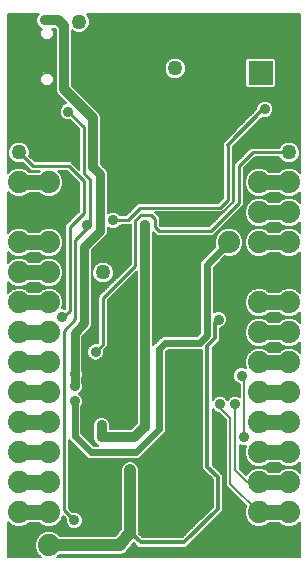
<source format=gbl>
G75*
%MOIN*%
%OFA0B0*%
%FSLAX25Y25*%
%IPPOS*%
%LPD*%
%AMOC8*
5,1,8,0,0,1.08239X$1,22.5*
%
%ADD10C,0.04369*%
%ADD11C,0.07400*%
%ADD12R,0.08000X0.08000*%
%ADD13C,0.08000*%
%ADD14C,0.03187*%
%ADD15C,0.00600*%
%ADD16C,0.03600*%
%ADD17C,0.05000*%
%ADD18C,0.03200*%
%ADD19C,0.03000*%
%ADD20C,0.01200*%
%ADD21C,0.04000*%
%ADD22C,0.05000*%
%ADD23C,0.02400*%
%ADD24C,0.01000*%
%ADD25C,0.00800*%
D10*
X0014106Y0166941D02*
X0018475Y0166941D01*
X0018475Y0188792D02*
X0014106Y0188792D01*
D11*
X0015290Y0135867D03*
X0025290Y0135867D03*
X0025290Y0125867D03*
X0015290Y0125867D03*
X0015290Y0115867D03*
X0025290Y0115867D03*
X0025290Y0105867D03*
X0015290Y0105867D03*
X0015290Y0095867D03*
X0025290Y0095867D03*
X0025290Y0085867D03*
X0015290Y0085867D03*
X0015290Y0075867D03*
X0025290Y0075867D03*
X0025290Y0065867D03*
X0015290Y0065867D03*
X0015290Y0055867D03*
X0025290Y0055867D03*
X0025290Y0045867D03*
X0015290Y0045867D03*
X0015290Y0035867D03*
X0025290Y0035867D03*
X0025290Y0025867D03*
X0015290Y0025867D03*
X0015290Y0014867D03*
X0025290Y0014867D03*
X0095290Y0025867D03*
X0105290Y0025867D03*
X0105290Y0035867D03*
X0095290Y0035867D03*
X0095290Y0045867D03*
X0105290Y0045867D03*
X0105290Y0055867D03*
X0095290Y0055867D03*
X0095290Y0065867D03*
X0105290Y0065867D03*
X0105290Y0075867D03*
X0095290Y0075867D03*
X0095290Y0085867D03*
X0105290Y0085867D03*
X0105290Y0095867D03*
X0095290Y0095867D03*
X0095290Y0105867D03*
X0105290Y0105867D03*
X0105290Y0115867D03*
X0095290Y0115867D03*
X0085290Y0115867D03*
X0095290Y0125867D03*
X0105290Y0125867D03*
X0105290Y0135867D03*
X0095290Y0135867D03*
D12*
X0095790Y0172367D03*
D13*
X0095790Y0186146D03*
D14*
X0051727Y0069835D03*
X0047790Y0069835D03*
X0043853Y0069835D03*
X0043853Y0065898D03*
X0047790Y0065898D03*
X0051727Y0065898D03*
D15*
X0011690Y0022678D02*
X0011690Y0010867D01*
X0022502Y0010867D01*
X0021221Y0012148D01*
X0020490Y0013912D01*
X0020490Y0015821D01*
X0021221Y0017586D01*
X0022571Y0018936D01*
X0024335Y0019667D01*
X0026245Y0019667D01*
X0028009Y0018936D01*
X0028978Y0017967D01*
X0047274Y0017967D01*
X0049190Y0020430D01*
X0049190Y0040483D01*
X0049662Y0041623D01*
X0050534Y0042495D01*
X0051674Y0042967D01*
X0052907Y0042967D01*
X0054046Y0042495D01*
X0054918Y0041623D01*
X0055390Y0040483D01*
X0055390Y0019560D01*
X0055443Y0019139D01*
X0055390Y0018948D01*
X0055390Y0018750D01*
X0055367Y0018694D01*
X0056494Y0017567D01*
X0069586Y0017567D01*
X0079790Y0027771D01*
X0079790Y0036962D01*
X0077386Y0039367D01*
X0076390Y0040362D01*
X0076390Y0080167D01*
X0065043Y0080167D01*
X0064190Y0079314D01*
X0064190Y0071219D01*
X0064390Y0071019D01*
X0064390Y0052714D01*
X0055243Y0043567D01*
X0038338Y0043567D01*
X0036990Y0044914D01*
X0031890Y0050014D01*
X0031890Y0027329D01*
X0033071Y0026149D01*
X0033113Y0026167D01*
X0034267Y0026167D01*
X0035333Y0025725D01*
X0036149Y0024909D01*
X0036590Y0023844D01*
X0036590Y0022690D01*
X0036149Y0021624D01*
X0035333Y0020808D01*
X0034267Y0020367D01*
X0033113Y0020367D01*
X0032048Y0020808D01*
X0031232Y0021624D01*
X0030790Y0022690D01*
X0030790Y0023844D01*
X0030808Y0023886D01*
X0030000Y0024694D01*
X0029359Y0023148D01*
X0028009Y0021797D01*
X0026245Y0021067D01*
X0024335Y0021067D01*
X0022571Y0021797D01*
X0022102Y0022267D01*
X0018478Y0022267D01*
X0018009Y0021797D01*
X0016245Y0021067D01*
X0014335Y0021067D01*
X0012571Y0021797D01*
X0011690Y0022678D01*
X0011690Y0022632D02*
X0011736Y0022632D01*
X0011690Y0022034D02*
X0012335Y0022034D01*
X0011690Y0021435D02*
X0013445Y0021435D01*
X0011690Y0020837D02*
X0032019Y0020837D01*
X0031420Y0021435D02*
X0027135Y0021435D01*
X0028246Y0022034D02*
X0031062Y0022034D01*
X0030814Y0022632D02*
X0028844Y0022632D01*
X0029394Y0023231D02*
X0030790Y0023231D01*
X0030790Y0023829D02*
X0029642Y0023829D01*
X0029890Y0024428D02*
X0030266Y0024428D01*
X0032398Y0026822D02*
X0049190Y0026822D01*
X0049190Y0027421D02*
X0031890Y0027421D01*
X0031890Y0028019D02*
X0049190Y0028019D01*
X0049190Y0028618D02*
X0031890Y0028618D01*
X0031890Y0029216D02*
X0049190Y0029216D01*
X0049190Y0029815D02*
X0031890Y0029815D01*
X0031890Y0030413D02*
X0049190Y0030413D01*
X0049190Y0031012D02*
X0031890Y0031012D01*
X0031890Y0031610D02*
X0049190Y0031610D01*
X0049190Y0032209D02*
X0031890Y0032209D01*
X0031890Y0032807D02*
X0049190Y0032807D01*
X0049190Y0033406D02*
X0031890Y0033406D01*
X0031890Y0034004D02*
X0049190Y0034004D01*
X0049190Y0034603D02*
X0031890Y0034603D01*
X0031890Y0035201D02*
X0049190Y0035201D01*
X0049190Y0035800D02*
X0031890Y0035800D01*
X0031890Y0036398D02*
X0049190Y0036398D01*
X0049190Y0036997D02*
X0031890Y0036997D01*
X0031890Y0037595D02*
X0049190Y0037595D01*
X0049190Y0038194D02*
X0031890Y0038194D01*
X0031890Y0038792D02*
X0049190Y0038792D01*
X0049190Y0039391D02*
X0031890Y0039391D01*
X0031890Y0039989D02*
X0049190Y0039989D01*
X0049234Y0040588D02*
X0031890Y0040588D01*
X0031890Y0041186D02*
X0049481Y0041186D01*
X0049824Y0041785D02*
X0031890Y0041785D01*
X0031890Y0042383D02*
X0050423Y0042383D01*
X0054158Y0042383D02*
X0076390Y0042383D01*
X0076390Y0041785D02*
X0054756Y0041785D01*
X0055099Y0041186D02*
X0076390Y0041186D01*
X0076390Y0040588D02*
X0055347Y0040588D01*
X0055390Y0039989D02*
X0076764Y0039989D01*
X0077362Y0039391D02*
X0055390Y0039391D01*
X0055390Y0038792D02*
X0077961Y0038792D01*
X0078559Y0038194D02*
X0055390Y0038194D01*
X0055390Y0037595D02*
X0079158Y0037595D01*
X0079756Y0036997D02*
X0055390Y0036997D01*
X0055390Y0036398D02*
X0079790Y0036398D01*
X0079790Y0035800D02*
X0055390Y0035800D01*
X0055390Y0035201D02*
X0079790Y0035201D01*
X0079790Y0034603D02*
X0055390Y0034603D01*
X0055390Y0034004D02*
X0079790Y0034004D01*
X0079790Y0033406D02*
X0055390Y0033406D01*
X0055390Y0032807D02*
X0079790Y0032807D01*
X0079790Y0032209D02*
X0055390Y0032209D01*
X0055390Y0031610D02*
X0079790Y0031610D01*
X0079790Y0031012D02*
X0055390Y0031012D01*
X0055390Y0030413D02*
X0079790Y0030413D01*
X0079790Y0029815D02*
X0055390Y0029815D01*
X0055390Y0029216D02*
X0079790Y0029216D01*
X0079790Y0028618D02*
X0055390Y0028618D01*
X0055390Y0028019D02*
X0079790Y0028019D01*
X0079440Y0027421D02*
X0055390Y0027421D01*
X0055390Y0026822D02*
X0078841Y0026822D01*
X0078243Y0026223D02*
X0055390Y0026223D01*
X0055390Y0025625D02*
X0077644Y0025625D01*
X0077046Y0025026D02*
X0055390Y0025026D01*
X0055390Y0024428D02*
X0076447Y0024428D01*
X0075849Y0023829D02*
X0055390Y0023829D01*
X0055390Y0023231D02*
X0075250Y0023231D01*
X0074652Y0022632D02*
X0055390Y0022632D01*
X0055390Y0022034D02*
X0074053Y0022034D01*
X0073455Y0021435D02*
X0055390Y0021435D01*
X0055390Y0020837D02*
X0072856Y0020837D01*
X0072258Y0020238D02*
X0055390Y0020238D01*
X0055390Y0019640D02*
X0071659Y0019640D01*
X0071061Y0019041D02*
X0055416Y0019041D01*
X0055618Y0018443D02*
X0070462Y0018443D01*
X0069864Y0017844D02*
X0056217Y0017844D01*
X0053448Y0015805D02*
X0055086Y0014167D01*
X0070994Y0014167D01*
X0071990Y0015162D01*
X0071990Y0015162D01*
X0082194Y0025367D01*
X0083190Y0026362D01*
X0083190Y0038371D01*
X0079790Y0041771D01*
X0079790Y0060324D01*
X0079832Y0060224D01*
X0080648Y0059408D01*
X0081713Y0058967D01*
X0081869Y0058967D01*
X0084190Y0056645D01*
X0084190Y0034845D01*
X0090995Y0028040D01*
X0090490Y0026821D01*
X0090490Y0024912D01*
X0091221Y0023148D01*
X0092571Y0021797D01*
X0094335Y0021067D01*
X0096245Y0021067D01*
X0098009Y0021797D01*
X0098478Y0022267D01*
X0102102Y0022267D01*
X0102571Y0021797D01*
X0104335Y0021067D01*
X0106245Y0021067D01*
X0108009Y0021797D01*
X0108890Y0022678D01*
X0108890Y0010867D01*
X0028078Y0010867D01*
X0028978Y0011767D01*
X0048372Y0011767D01*
X0048563Y0011714D01*
X0048983Y0011767D01*
X0049407Y0011767D01*
X0049590Y0011842D01*
X0049787Y0011867D01*
X0050155Y0012077D01*
X0050546Y0012239D01*
X0050686Y0012379D01*
X0050859Y0012477D01*
X0051119Y0012811D01*
X0051418Y0013111D01*
X0051494Y0013294D01*
X0053448Y0015805D01*
X0053171Y0015450D02*
X0053802Y0015450D01*
X0054401Y0014852D02*
X0052706Y0014852D01*
X0052240Y0014253D02*
X0054999Y0014253D01*
X0051775Y0013655D02*
X0108890Y0013655D01*
X0108890Y0014253D02*
X0071081Y0014253D01*
X0071680Y0014852D02*
X0108890Y0014852D01*
X0108890Y0015450D02*
X0072278Y0015450D01*
X0072877Y0016049D02*
X0108890Y0016049D01*
X0108890Y0016647D02*
X0073475Y0016647D01*
X0074074Y0017246D02*
X0108890Y0017246D01*
X0108890Y0017844D02*
X0074672Y0017844D01*
X0075271Y0018443D02*
X0108890Y0018443D01*
X0108890Y0019041D02*
X0075869Y0019041D01*
X0076468Y0019640D02*
X0108890Y0019640D01*
X0108890Y0020238D02*
X0077066Y0020238D01*
X0077665Y0020837D02*
X0108890Y0020837D01*
X0108890Y0021435D02*
X0107135Y0021435D01*
X0108246Y0022034D02*
X0108890Y0022034D01*
X0108890Y0022632D02*
X0108844Y0022632D01*
X0103445Y0021435D02*
X0097135Y0021435D01*
X0098246Y0022034D02*
X0102335Y0022034D01*
X0093445Y0021435D02*
X0078263Y0021435D01*
X0078862Y0022034D02*
X0092335Y0022034D01*
X0091736Y0022632D02*
X0079460Y0022632D01*
X0080059Y0023231D02*
X0091187Y0023231D01*
X0090939Y0023829D02*
X0080657Y0023829D01*
X0081256Y0024428D02*
X0090691Y0024428D01*
X0090490Y0025026D02*
X0081854Y0025026D01*
X0082453Y0025625D02*
X0090490Y0025625D01*
X0090490Y0026223D02*
X0083051Y0026223D01*
X0083190Y0026822D02*
X0090491Y0026822D01*
X0090738Y0027421D02*
X0083190Y0027421D01*
X0083190Y0028019D02*
X0090986Y0028019D01*
X0090418Y0028618D02*
X0083190Y0028618D01*
X0083190Y0029216D02*
X0089820Y0029216D01*
X0089221Y0029815D02*
X0083190Y0029815D01*
X0083190Y0030413D02*
X0088623Y0030413D01*
X0088024Y0031012D02*
X0083190Y0031012D01*
X0083190Y0031610D02*
X0087426Y0031610D01*
X0086827Y0032209D02*
X0083190Y0032209D01*
X0083190Y0032807D02*
X0086228Y0032807D01*
X0085630Y0033406D02*
X0083190Y0033406D01*
X0083190Y0034004D02*
X0085031Y0034004D01*
X0084433Y0034603D02*
X0083190Y0034603D01*
X0083190Y0035201D02*
X0084190Y0035201D01*
X0084190Y0035800D02*
X0083190Y0035800D01*
X0083190Y0036398D02*
X0084190Y0036398D01*
X0084190Y0036997D02*
X0083190Y0036997D01*
X0083190Y0037595D02*
X0084190Y0037595D01*
X0084190Y0038194D02*
X0083190Y0038194D01*
X0082769Y0038792D02*
X0084190Y0038792D01*
X0084190Y0039391D02*
X0082170Y0039391D01*
X0081572Y0039989D02*
X0084190Y0039989D01*
X0084190Y0040588D02*
X0080973Y0040588D01*
X0080375Y0041186D02*
X0084190Y0041186D01*
X0084190Y0041785D02*
X0079790Y0041785D01*
X0079790Y0042383D02*
X0084190Y0042383D01*
X0084190Y0042982D02*
X0079790Y0042982D01*
X0079790Y0043580D02*
X0084190Y0043580D01*
X0084190Y0044179D02*
X0079790Y0044179D01*
X0079790Y0044777D02*
X0084190Y0044777D01*
X0084190Y0045376D02*
X0079790Y0045376D01*
X0079790Y0045974D02*
X0084190Y0045974D01*
X0084190Y0046573D02*
X0079790Y0046573D01*
X0079790Y0047171D02*
X0084190Y0047171D01*
X0084190Y0047770D02*
X0079790Y0047770D01*
X0079790Y0048368D02*
X0084190Y0048368D01*
X0084190Y0048967D02*
X0079790Y0048967D01*
X0079790Y0049565D02*
X0084190Y0049565D01*
X0084190Y0050164D02*
X0079790Y0050164D01*
X0079790Y0050762D02*
X0084190Y0050762D01*
X0084190Y0051361D02*
X0079790Y0051361D01*
X0079790Y0051959D02*
X0084190Y0051959D01*
X0084190Y0052558D02*
X0079790Y0052558D01*
X0079790Y0053156D02*
X0084190Y0053156D01*
X0084190Y0053755D02*
X0079790Y0053755D01*
X0079790Y0054354D02*
X0084190Y0054354D01*
X0084190Y0054952D02*
X0079790Y0054952D01*
X0079790Y0055551D02*
X0084190Y0055551D01*
X0084190Y0056149D02*
X0079790Y0056149D01*
X0079790Y0056748D02*
X0084088Y0056748D01*
X0083490Y0057346D02*
X0079790Y0057346D01*
X0079790Y0057945D02*
X0082891Y0057945D01*
X0082293Y0058543D02*
X0079790Y0058543D01*
X0079790Y0059142D02*
X0081291Y0059142D01*
X0080316Y0059740D02*
X0079790Y0059740D01*
X0076390Y0059740D02*
X0064390Y0059740D01*
X0064390Y0059142D02*
X0076390Y0059142D01*
X0076390Y0058543D02*
X0064390Y0058543D01*
X0064390Y0057945D02*
X0076390Y0057945D01*
X0076390Y0057346D02*
X0064390Y0057346D01*
X0064390Y0056748D02*
X0076390Y0056748D01*
X0076390Y0056149D02*
X0064390Y0056149D01*
X0064390Y0055551D02*
X0076390Y0055551D01*
X0076390Y0054952D02*
X0064390Y0054952D01*
X0064390Y0054354D02*
X0076390Y0054354D01*
X0076390Y0053755D02*
X0064390Y0053755D01*
X0064390Y0053156D02*
X0076390Y0053156D01*
X0076390Y0052558D02*
X0064234Y0052558D01*
X0063636Y0051959D02*
X0076390Y0051959D01*
X0076390Y0051361D02*
X0063037Y0051361D01*
X0062439Y0050762D02*
X0076390Y0050762D01*
X0076390Y0050164D02*
X0061840Y0050164D01*
X0061242Y0049565D02*
X0076390Y0049565D01*
X0076390Y0048967D02*
X0060643Y0048967D01*
X0060045Y0048368D02*
X0076390Y0048368D01*
X0076390Y0047770D02*
X0059446Y0047770D01*
X0058848Y0047171D02*
X0076390Y0047171D01*
X0076390Y0046573D02*
X0058249Y0046573D01*
X0057651Y0045974D02*
X0076390Y0045974D01*
X0076390Y0045376D02*
X0057052Y0045376D01*
X0056454Y0044777D02*
X0076390Y0044777D01*
X0076390Y0044179D02*
X0055855Y0044179D01*
X0055257Y0043580D02*
X0076390Y0043580D01*
X0076390Y0042982D02*
X0031890Y0042982D01*
X0031890Y0043580D02*
X0038324Y0043580D01*
X0037725Y0044179D02*
X0031890Y0044179D01*
X0031890Y0044777D02*
X0037127Y0044777D01*
X0036528Y0045376D02*
X0031890Y0045376D01*
X0031890Y0045974D02*
X0035930Y0045974D01*
X0035331Y0046573D02*
X0031890Y0046573D01*
X0031890Y0047171D02*
X0034733Y0047171D01*
X0034134Y0047770D02*
X0031890Y0047770D01*
X0031890Y0048368D02*
X0033536Y0048368D01*
X0032937Y0048967D02*
X0031890Y0048967D01*
X0031890Y0049565D02*
X0032339Y0049565D01*
X0036090Y0052319D02*
X0036090Y0061065D01*
X0036249Y0061224D01*
X0036690Y0062290D01*
X0036690Y0063444D01*
X0036249Y0064509D01*
X0035433Y0065325D01*
X0035333Y0065367D01*
X0035433Y0065408D01*
X0036249Y0066224D01*
X0036690Y0067290D01*
X0036690Y0068444D01*
X0036390Y0069168D01*
X0036390Y0070566D01*
X0036690Y0071290D01*
X0036690Y0072444D01*
X0036390Y0073168D01*
X0036390Y0084490D01*
X0038563Y0086662D01*
X0039294Y0087394D01*
X0039690Y0088349D01*
X0039690Y0113390D01*
X0044494Y0118194D01*
X0044890Y0119149D01*
X0044890Y0120965D01*
X0045048Y0120808D01*
X0046113Y0120367D01*
X0047267Y0120367D01*
X0048333Y0120808D01*
X0049149Y0121624D01*
X0049166Y0121667D01*
X0052153Y0121667D01*
X0052490Y0122004D01*
X0052490Y0108729D01*
X0041690Y0097929D01*
X0041690Y0082529D01*
X0041410Y0082249D01*
X0041367Y0082267D01*
X0040213Y0082267D01*
X0039148Y0081825D01*
X0038332Y0081009D01*
X0037890Y0079944D01*
X0037890Y0078790D01*
X0038332Y0077724D01*
X0039148Y0076908D01*
X0040213Y0076467D01*
X0041367Y0076467D01*
X0042433Y0076908D01*
X0043249Y0077724D01*
X0043690Y0078790D01*
X0043690Y0079944D01*
X0043673Y0079986D01*
X0043953Y0080267D01*
X0044890Y0081204D01*
X0044890Y0096604D01*
X0054590Y0106304D01*
X0054590Y0055585D01*
X0052572Y0053567D01*
X0045490Y0053567D01*
X0045490Y0053807D01*
X0045690Y0054290D01*
X0045690Y0055444D01*
X0045249Y0056509D01*
X0045191Y0056567D01*
X0045179Y0056596D01*
X0044420Y0057356D01*
X0043427Y0057767D01*
X0042213Y0057767D01*
X0041148Y0057325D01*
X0040332Y0056509D01*
X0039890Y0055444D01*
X0039890Y0054290D01*
X0040090Y0053807D01*
X0040090Y0051926D01*
X0039890Y0051444D01*
X0039890Y0050290D01*
X0040332Y0049224D01*
X0041148Y0048408D01*
X0041731Y0048167D01*
X0040243Y0048167D01*
X0036090Y0052319D01*
X0036090Y0052558D02*
X0040090Y0052558D01*
X0040090Y0053156D02*
X0036090Y0053156D01*
X0036090Y0053755D02*
X0040090Y0053755D01*
X0039890Y0054354D02*
X0036090Y0054354D01*
X0036090Y0054952D02*
X0039890Y0054952D01*
X0039935Y0055551D02*
X0036090Y0055551D01*
X0036090Y0056149D02*
X0040183Y0056149D01*
X0040570Y0056748D02*
X0036090Y0056748D01*
X0036090Y0057346D02*
X0041198Y0057346D01*
X0044429Y0057346D02*
X0054590Y0057346D01*
X0054590Y0056748D02*
X0045028Y0056748D01*
X0045398Y0056149D02*
X0054590Y0056149D01*
X0054556Y0055551D02*
X0045646Y0055551D01*
X0045690Y0054952D02*
X0053957Y0054952D01*
X0053359Y0054354D02*
X0045690Y0054354D01*
X0045490Y0053755D02*
X0052760Y0053755D01*
X0054590Y0057945D02*
X0036090Y0057945D01*
X0036090Y0058543D02*
X0054590Y0058543D01*
X0054590Y0059142D02*
X0036090Y0059142D01*
X0036090Y0059740D02*
X0054590Y0059740D01*
X0054590Y0060339D02*
X0036090Y0060339D01*
X0036090Y0060937D02*
X0054590Y0060937D01*
X0054590Y0061536D02*
X0036378Y0061536D01*
X0036626Y0062134D02*
X0054590Y0062134D01*
X0054590Y0062733D02*
X0036690Y0062733D01*
X0036690Y0063331D02*
X0054590Y0063331D01*
X0054590Y0063930D02*
X0036489Y0063930D01*
X0036230Y0064528D02*
X0054590Y0064528D01*
X0054590Y0065127D02*
X0035631Y0065127D01*
X0035750Y0065725D02*
X0054590Y0065725D01*
X0054590Y0066324D02*
X0036290Y0066324D01*
X0036538Y0066922D02*
X0054590Y0066922D01*
X0054590Y0067521D02*
X0036690Y0067521D01*
X0036690Y0068119D02*
X0054590Y0068119D01*
X0054590Y0068718D02*
X0036577Y0068718D01*
X0036390Y0069316D02*
X0054590Y0069316D01*
X0054590Y0069915D02*
X0036390Y0069915D01*
X0036390Y0070513D02*
X0054590Y0070513D01*
X0054590Y0071112D02*
X0036617Y0071112D01*
X0036690Y0071710D02*
X0054590Y0071710D01*
X0054590Y0072309D02*
X0036690Y0072309D01*
X0036498Y0072907D02*
X0054590Y0072907D01*
X0054590Y0073506D02*
X0036390Y0073506D01*
X0036390Y0074104D02*
X0054590Y0074104D01*
X0054590Y0074703D02*
X0036390Y0074703D01*
X0036390Y0075301D02*
X0054590Y0075301D01*
X0054590Y0075900D02*
X0036390Y0075900D01*
X0036390Y0076498D02*
X0040137Y0076498D01*
X0041444Y0076498D02*
X0054590Y0076498D01*
X0054590Y0077097D02*
X0042622Y0077097D01*
X0043220Y0077695D02*
X0054590Y0077695D01*
X0054590Y0078294D02*
X0043485Y0078294D01*
X0043690Y0078892D02*
X0054590Y0078892D01*
X0054590Y0079491D02*
X0043690Y0079491D01*
X0043776Y0080090D02*
X0054590Y0080090D01*
X0054590Y0080688D02*
X0044374Y0080688D01*
X0044890Y0081287D02*
X0054590Y0081287D01*
X0054590Y0081885D02*
X0044890Y0081885D01*
X0044890Y0082484D02*
X0054590Y0082484D01*
X0054590Y0083082D02*
X0044890Y0083082D01*
X0044890Y0083681D02*
X0054590Y0083681D01*
X0054590Y0084279D02*
X0044890Y0084279D01*
X0044890Y0084878D02*
X0054590Y0084878D01*
X0054590Y0085476D02*
X0044890Y0085476D01*
X0044890Y0086075D02*
X0054590Y0086075D01*
X0054590Y0086673D02*
X0044890Y0086673D01*
X0044890Y0087272D02*
X0054590Y0087272D01*
X0054590Y0087870D02*
X0044890Y0087870D01*
X0044890Y0088469D02*
X0054590Y0088469D01*
X0054590Y0089067D02*
X0044890Y0089067D01*
X0044890Y0089666D02*
X0054590Y0089666D01*
X0054590Y0090264D02*
X0044890Y0090264D01*
X0044890Y0090863D02*
X0054590Y0090863D01*
X0054590Y0091461D02*
X0044890Y0091461D01*
X0044890Y0092060D02*
X0054590Y0092060D01*
X0054590Y0092658D02*
X0044890Y0092658D01*
X0044890Y0093257D02*
X0054590Y0093257D01*
X0054590Y0093855D02*
X0044890Y0093855D01*
X0044890Y0094454D02*
X0054590Y0094454D01*
X0054590Y0095052D02*
X0044890Y0095052D01*
X0044890Y0095651D02*
X0054590Y0095651D01*
X0054590Y0096249D02*
X0044890Y0096249D01*
X0045134Y0096848D02*
X0054590Y0096848D01*
X0054590Y0097446D02*
X0045733Y0097446D01*
X0046331Y0098045D02*
X0054590Y0098045D01*
X0054590Y0098643D02*
X0046930Y0098643D01*
X0047528Y0099242D02*
X0054590Y0099242D01*
X0054590Y0099840D02*
X0048127Y0099840D01*
X0048725Y0100439D02*
X0054590Y0100439D01*
X0054590Y0101037D02*
X0049324Y0101037D01*
X0049922Y0101636D02*
X0054590Y0101636D01*
X0054590Y0102234D02*
X0050521Y0102234D01*
X0051119Y0102833D02*
X0054590Y0102833D01*
X0054590Y0103431D02*
X0051718Y0103431D01*
X0052316Y0104030D02*
X0054590Y0104030D01*
X0054590Y0104628D02*
X0052915Y0104628D01*
X0053513Y0105227D02*
X0054590Y0105227D01*
X0054590Y0105825D02*
X0054112Y0105825D01*
X0051980Y0108220D02*
X0046029Y0108220D01*
X0046342Y0107906D02*
X0045330Y0108919D01*
X0044006Y0109467D01*
X0042574Y0109467D01*
X0041251Y0108919D01*
X0040238Y0107906D01*
X0039690Y0106583D01*
X0039690Y0105151D01*
X0040238Y0103827D01*
X0041251Y0102815D01*
X0042574Y0102267D01*
X0044006Y0102267D01*
X0045330Y0102815D01*
X0046342Y0103827D01*
X0046890Y0105151D01*
X0046890Y0106583D01*
X0046342Y0107906D01*
X0046460Y0107621D02*
X0051382Y0107621D01*
X0050783Y0107023D02*
X0046708Y0107023D01*
X0046890Y0106424D02*
X0050185Y0106424D01*
X0049586Y0105825D02*
X0046890Y0105825D01*
X0046890Y0105227D02*
X0048988Y0105227D01*
X0048389Y0104628D02*
X0046674Y0104628D01*
X0046426Y0104030D02*
X0047791Y0104030D01*
X0047192Y0103431D02*
X0045946Y0103431D01*
X0045348Y0102833D02*
X0046594Y0102833D01*
X0045995Y0102234D02*
X0039690Y0102234D01*
X0039690Y0101636D02*
X0045397Y0101636D01*
X0044798Y0101037D02*
X0039690Y0101037D01*
X0039690Y0100439D02*
X0044200Y0100439D01*
X0043601Y0099840D02*
X0039690Y0099840D01*
X0039690Y0099242D02*
X0043003Y0099242D01*
X0042404Y0098643D02*
X0039690Y0098643D01*
X0039690Y0098045D02*
X0041806Y0098045D01*
X0041690Y0097446D02*
X0039690Y0097446D01*
X0039690Y0096848D02*
X0041690Y0096848D01*
X0041690Y0096249D02*
X0039690Y0096249D01*
X0039690Y0095651D02*
X0041690Y0095651D01*
X0041690Y0095052D02*
X0039690Y0095052D01*
X0039690Y0094454D02*
X0041690Y0094454D01*
X0041690Y0093855D02*
X0039690Y0093855D01*
X0039690Y0093257D02*
X0041690Y0093257D01*
X0041690Y0092658D02*
X0039690Y0092658D01*
X0039690Y0092060D02*
X0041690Y0092060D01*
X0041690Y0091461D02*
X0039690Y0091461D01*
X0039690Y0090863D02*
X0041690Y0090863D01*
X0041690Y0090264D02*
X0039690Y0090264D01*
X0039690Y0089666D02*
X0041690Y0089666D01*
X0041690Y0089067D02*
X0039690Y0089067D01*
X0039690Y0088469D02*
X0041690Y0088469D01*
X0041690Y0087870D02*
X0039492Y0087870D01*
X0039172Y0087272D02*
X0041690Y0087272D01*
X0041690Y0086673D02*
X0038574Y0086673D01*
X0037975Y0086075D02*
X0041690Y0086075D01*
X0041690Y0085476D02*
X0037377Y0085476D01*
X0036778Y0084878D02*
X0041690Y0084878D01*
X0041690Y0084279D02*
X0036390Y0084279D01*
X0036390Y0083681D02*
X0041690Y0083681D01*
X0041690Y0083082D02*
X0036390Y0083082D01*
X0036390Y0082484D02*
X0041644Y0082484D01*
X0039292Y0081885D02*
X0036390Y0081885D01*
X0036390Y0081287D02*
X0038609Y0081287D01*
X0038199Y0080688D02*
X0036390Y0080688D01*
X0036390Y0080090D02*
X0037951Y0080090D01*
X0037890Y0079491D02*
X0036390Y0079491D01*
X0036390Y0078892D02*
X0037890Y0078892D01*
X0038096Y0078294D02*
X0036390Y0078294D01*
X0036390Y0077695D02*
X0038360Y0077695D01*
X0038959Y0077097D02*
X0036390Y0077097D01*
X0059990Y0081619D02*
X0059990Y0119304D01*
X0060290Y0119004D01*
X0061228Y0118067D01*
X0079953Y0118067D01*
X0089353Y0127467D01*
X0090290Y0128404D01*
X0090290Y0140704D01*
X0093853Y0144267D01*
X0102056Y0144267D01*
X0102238Y0143827D01*
X0103251Y0142815D01*
X0104574Y0142267D01*
X0106006Y0142267D01*
X0107330Y0142815D01*
X0108342Y0143827D01*
X0108890Y0145151D01*
X0108890Y0146583D01*
X0108342Y0147906D01*
X0107330Y0148919D01*
X0106006Y0149467D01*
X0104574Y0149467D01*
X0103251Y0148919D01*
X0102238Y0147906D01*
X0102056Y0147467D01*
X0092528Y0147467D01*
X0091590Y0146529D01*
X0087090Y0142029D01*
X0087090Y0129729D01*
X0078628Y0121267D01*
X0062553Y0121267D01*
X0062290Y0121529D01*
X0062290Y0124329D01*
X0061353Y0125267D01*
X0060890Y0125729D01*
X0060753Y0125867D01*
X0082953Y0125867D01*
X0083890Y0126804D01*
X0086490Y0129404D01*
X0086490Y0147662D01*
X0096317Y0157489D01*
X0096613Y0157367D01*
X0097767Y0157367D01*
X0098833Y0157808D01*
X0099649Y0158624D01*
X0100090Y0159690D01*
X0100090Y0160844D01*
X0099649Y0161909D01*
X0098833Y0162725D01*
X0097767Y0163167D01*
X0096613Y0163167D01*
X0095548Y0162725D01*
X0094732Y0161909D01*
X0094290Y0160844D01*
X0094290Y0160271D01*
X0083190Y0149171D01*
X0083190Y0147762D01*
X0083290Y0147662D01*
X0083290Y0130729D01*
X0081628Y0129067D01*
X0055028Y0129067D01*
X0050828Y0124867D01*
X0049166Y0124867D01*
X0049149Y0124909D01*
X0048333Y0125725D01*
X0047267Y0126167D01*
X0046113Y0126167D01*
X0045048Y0125725D01*
X0044890Y0125568D01*
X0044890Y0139084D01*
X0044494Y0140039D01*
X0042649Y0141885D01*
X0042490Y0142268D01*
X0042490Y0157904D01*
X0042079Y0158896D01*
X0032990Y0167985D01*
X0032990Y0186576D01*
X0033251Y0186315D01*
X0034574Y0185767D01*
X0036006Y0185767D01*
X0037330Y0186315D01*
X0038342Y0187327D01*
X0038890Y0188651D01*
X0038890Y0190083D01*
X0038342Y0191406D01*
X0037781Y0191967D01*
X0108890Y0191967D01*
X0108890Y0139055D01*
X0108009Y0139936D01*
X0106245Y0140667D01*
X0104335Y0140667D01*
X0102571Y0139936D01*
X0102102Y0139467D01*
X0098478Y0139467D01*
X0098009Y0139936D01*
X0096245Y0140667D01*
X0094335Y0140667D01*
X0092571Y0139936D01*
X0091221Y0138586D01*
X0090490Y0136821D01*
X0090490Y0134912D01*
X0091221Y0133148D01*
X0092571Y0131797D01*
X0094335Y0131067D01*
X0096245Y0131067D01*
X0098009Y0131797D01*
X0098478Y0132267D01*
X0102102Y0132267D01*
X0102571Y0131797D01*
X0104335Y0131067D01*
X0106245Y0131067D01*
X0108009Y0131797D01*
X0108890Y0132678D01*
X0108890Y0129055D01*
X0108009Y0129936D01*
X0106245Y0130667D01*
X0104335Y0130667D01*
X0102571Y0129936D01*
X0102102Y0129467D01*
X0098478Y0129467D01*
X0098009Y0129936D01*
X0096245Y0130667D01*
X0094335Y0130667D01*
X0092571Y0129936D01*
X0091221Y0128586D01*
X0090490Y0126821D01*
X0090490Y0124912D01*
X0091221Y0123148D01*
X0092571Y0121797D01*
X0094335Y0121067D01*
X0096245Y0121067D01*
X0098009Y0121797D01*
X0098478Y0122267D01*
X0102102Y0122267D01*
X0102571Y0121797D01*
X0104335Y0121067D01*
X0106245Y0121067D01*
X0108009Y0121797D01*
X0108890Y0122678D01*
X0108890Y0119055D01*
X0108009Y0119936D01*
X0106245Y0120667D01*
X0104335Y0120667D01*
X0102571Y0119936D01*
X0102102Y0119467D01*
X0098478Y0119467D01*
X0098009Y0119936D01*
X0096245Y0120667D01*
X0094335Y0120667D01*
X0092571Y0119936D01*
X0091221Y0118586D01*
X0090490Y0116821D01*
X0090490Y0114912D01*
X0091221Y0113148D01*
X0092571Y0111797D01*
X0094335Y0111067D01*
X0096245Y0111067D01*
X0098009Y0111797D01*
X0098478Y0112267D01*
X0102102Y0112267D01*
X0102571Y0111797D01*
X0104335Y0111067D01*
X0106245Y0111067D01*
X0108009Y0111797D01*
X0108890Y0112678D01*
X0108890Y0099055D01*
X0108009Y0099936D01*
X0106245Y0100667D01*
X0104335Y0100667D01*
X0102571Y0099936D01*
X0102102Y0099467D01*
X0098478Y0099467D01*
X0098009Y0099936D01*
X0096245Y0100667D01*
X0094335Y0100667D01*
X0092571Y0099936D01*
X0091221Y0098586D01*
X0090490Y0096821D01*
X0090490Y0094912D01*
X0091221Y0093148D01*
X0092571Y0091797D01*
X0094335Y0091067D01*
X0096245Y0091067D01*
X0098009Y0091797D01*
X0098478Y0092267D01*
X0102102Y0092267D01*
X0102571Y0091797D01*
X0104335Y0091067D01*
X0106245Y0091067D01*
X0108009Y0091797D01*
X0108890Y0092678D01*
X0108890Y0089055D01*
X0108009Y0089936D01*
X0106245Y0090667D01*
X0104335Y0090667D01*
X0102571Y0089936D01*
X0102102Y0089467D01*
X0098478Y0089467D01*
X0098009Y0089936D01*
X0096245Y0090667D01*
X0094335Y0090667D01*
X0092571Y0089936D01*
X0091221Y0088586D01*
X0090490Y0086821D01*
X0090490Y0084912D01*
X0091221Y0083148D01*
X0092571Y0081797D01*
X0094335Y0081067D01*
X0096245Y0081067D01*
X0098009Y0081797D01*
X0098478Y0082267D01*
X0102102Y0082267D01*
X0102571Y0081797D01*
X0104335Y0081067D01*
X0106245Y0081067D01*
X0108009Y0081797D01*
X0108890Y0082678D01*
X0108890Y0079055D01*
X0108009Y0079936D01*
X0106245Y0080667D01*
X0104335Y0080667D01*
X0102571Y0079936D01*
X0102102Y0079467D01*
X0098478Y0079467D01*
X0098009Y0079936D01*
X0096245Y0080667D01*
X0094335Y0080667D01*
X0092571Y0079936D01*
X0091221Y0078586D01*
X0090490Y0076821D01*
X0090490Y0074912D01*
X0090851Y0074042D01*
X0090067Y0074367D01*
X0088913Y0074367D01*
X0087848Y0073925D01*
X0087032Y0073109D01*
X0086590Y0072044D01*
X0086590Y0070890D01*
X0087032Y0069824D01*
X0087848Y0069008D01*
X0088790Y0068618D01*
X0088790Y0064384D01*
X0087867Y0064767D01*
X0086713Y0064767D01*
X0085648Y0064325D01*
X0084832Y0063509D01*
X0084790Y0063409D01*
X0084749Y0063509D01*
X0083933Y0064325D01*
X0082867Y0064767D01*
X0081713Y0064767D01*
X0080648Y0064325D01*
X0079832Y0063509D01*
X0079790Y0063409D01*
X0079790Y0080762D01*
X0081194Y0082167D01*
X0082190Y0083162D01*
X0082190Y0087267D01*
X0082367Y0087267D01*
X0083433Y0087708D01*
X0084249Y0088524D01*
X0084690Y0089590D01*
X0084690Y0090744D01*
X0084249Y0091809D01*
X0083433Y0092625D01*
X0082367Y0093067D01*
X0081213Y0093067D01*
X0080190Y0092643D01*
X0080190Y0107514D01*
X0083916Y0111240D01*
X0084335Y0111067D01*
X0086245Y0111067D01*
X0088009Y0111797D01*
X0089359Y0113148D01*
X0090090Y0114912D01*
X0090090Y0116821D01*
X0089359Y0118586D01*
X0088009Y0119936D01*
X0086245Y0120667D01*
X0084335Y0120667D01*
X0082571Y0119936D01*
X0081221Y0118586D01*
X0080490Y0116821D01*
X0080490Y0114912D01*
X0080664Y0114493D01*
X0076938Y0110767D01*
X0075590Y0109419D01*
X0075590Y0085819D01*
X0074538Y0084767D01*
X0063138Y0084767D01*
X0060938Y0082567D01*
X0060938Y0082567D01*
X0059990Y0081619D01*
X0059990Y0081885D02*
X0060256Y0081885D01*
X0059990Y0082484D02*
X0060854Y0082484D01*
X0061453Y0083082D02*
X0059990Y0083082D01*
X0059990Y0083681D02*
X0062052Y0083681D01*
X0062650Y0084279D02*
X0059990Y0084279D01*
X0059990Y0084878D02*
X0074649Y0084878D01*
X0075247Y0085476D02*
X0059990Y0085476D01*
X0059990Y0086075D02*
X0075590Y0086075D01*
X0075590Y0086673D02*
X0059990Y0086673D01*
X0059990Y0087272D02*
X0075590Y0087272D01*
X0075590Y0087870D02*
X0059990Y0087870D01*
X0059990Y0088469D02*
X0075590Y0088469D01*
X0075590Y0089067D02*
X0059990Y0089067D01*
X0059990Y0089666D02*
X0075590Y0089666D01*
X0075590Y0090264D02*
X0059990Y0090264D01*
X0059990Y0090863D02*
X0075590Y0090863D01*
X0075590Y0091461D02*
X0059990Y0091461D01*
X0059990Y0092060D02*
X0075590Y0092060D01*
X0075590Y0092658D02*
X0059990Y0092658D01*
X0059990Y0093257D02*
X0075590Y0093257D01*
X0075590Y0093855D02*
X0059990Y0093855D01*
X0059990Y0094454D02*
X0075590Y0094454D01*
X0075590Y0095052D02*
X0059990Y0095052D01*
X0059990Y0095651D02*
X0075590Y0095651D01*
X0075590Y0096249D02*
X0059990Y0096249D01*
X0059990Y0096848D02*
X0075590Y0096848D01*
X0075590Y0097446D02*
X0059990Y0097446D01*
X0059990Y0098045D02*
X0075590Y0098045D01*
X0075590Y0098643D02*
X0059990Y0098643D01*
X0059990Y0099242D02*
X0075590Y0099242D01*
X0075590Y0099840D02*
X0059990Y0099840D01*
X0059990Y0100439D02*
X0075590Y0100439D01*
X0075590Y0101037D02*
X0059990Y0101037D01*
X0059990Y0101636D02*
X0075590Y0101636D01*
X0075590Y0102234D02*
X0059990Y0102234D01*
X0059990Y0102833D02*
X0075590Y0102833D01*
X0075590Y0103431D02*
X0059990Y0103431D01*
X0059990Y0104030D02*
X0075590Y0104030D01*
X0075590Y0104628D02*
X0059990Y0104628D01*
X0059990Y0105227D02*
X0075590Y0105227D01*
X0075590Y0105825D02*
X0059990Y0105825D01*
X0059990Y0106424D02*
X0075590Y0106424D01*
X0075590Y0107023D02*
X0059990Y0107023D01*
X0059990Y0107621D02*
X0075590Y0107621D01*
X0075590Y0108220D02*
X0059990Y0108220D01*
X0059990Y0108818D02*
X0075590Y0108818D01*
X0075590Y0109417D02*
X0059990Y0109417D01*
X0059990Y0110015D02*
X0076186Y0110015D01*
X0076785Y0110614D02*
X0059990Y0110614D01*
X0059990Y0111212D02*
X0077383Y0111212D01*
X0077982Y0111811D02*
X0059990Y0111811D01*
X0059990Y0112409D02*
X0078580Y0112409D01*
X0079179Y0113008D02*
X0059990Y0113008D01*
X0059990Y0113606D02*
X0079777Y0113606D01*
X0080376Y0114205D02*
X0059990Y0114205D01*
X0059990Y0114803D02*
X0080535Y0114803D01*
X0080490Y0115402D02*
X0059990Y0115402D01*
X0059990Y0116000D02*
X0080490Y0116000D01*
X0080490Y0116599D02*
X0059990Y0116599D01*
X0059990Y0117197D02*
X0080646Y0117197D01*
X0080894Y0117796D02*
X0059990Y0117796D01*
X0059990Y0118394D02*
X0060900Y0118394D01*
X0060301Y0118993D02*
X0059990Y0118993D01*
X0062433Y0121387D02*
X0078748Y0121387D01*
X0079346Y0121985D02*
X0062290Y0121985D01*
X0062290Y0122584D02*
X0079945Y0122584D01*
X0080543Y0123182D02*
X0062290Y0123182D01*
X0062290Y0123781D02*
X0081142Y0123781D01*
X0081740Y0124379D02*
X0062240Y0124379D01*
X0061642Y0124978D02*
X0082339Y0124978D01*
X0082937Y0125576D02*
X0061043Y0125576D01*
X0053931Y0127970D02*
X0044890Y0127970D01*
X0044890Y0127372D02*
X0053333Y0127372D01*
X0052734Y0126773D02*
X0044890Y0126773D01*
X0044890Y0126175D02*
X0052136Y0126175D01*
X0051537Y0125576D02*
X0048482Y0125576D01*
X0049080Y0124978D02*
X0050939Y0124978D01*
X0052472Y0121985D02*
X0052490Y0121985D01*
X0052490Y0121387D02*
X0048912Y0121387D01*
X0048285Y0120788D02*
X0052490Y0120788D01*
X0052490Y0120190D02*
X0044890Y0120190D01*
X0044890Y0120788D02*
X0045096Y0120788D01*
X0044890Y0119591D02*
X0052490Y0119591D01*
X0052490Y0118993D02*
X0044825Y0118993D01*
X0044577Y0118394D02*
X0052490Y0118394D01*
X0052490Y0117796D02*
X0044096Y0117796D01*
X0043498Y0117197D02*
X0052490Y0117197D01*
X0052490Y0116599D02*
X0042899Y0116599D01*
X0042301Y0116000D02*
X0052490Y0116000D01*
X0052490Y0115402D02*
X0041702Y0115402D01*
X0041104Y0114803D02*
X0052490Y0114803D01*
X0052490Y0114205D02*
X0040505Y0114205D01*
X0039907Y0113606D02*
X0052490Y0113606D01*
X0052490Y0113008D02*
X0039690Y0113008D01*
X0039690Y0112409D02*
X0052490Y0112409D01*
X0052490Y0111811D02*
X0039690Y0111811D01*
X0039690Y0111212D02*
X0052490Y0111212D01*
X0052490Y0110614D02*
X0039690Y0110614D01*
X0039690Y0110015D02*
X0052490Y0110015D01*
X0052490Y0109417D02*
X0044127Y0109417D01*
X0045430Y0108818D02*
X0052490Y0108818D01*
X0042453Y0109417D02*
X0039690Y0109417D01*
X0039690Y0108818D02*
X0041150Y0108818D01*
X0040552Y0108220D02*
X0039690Y0108220D01*
X0039690Y0107621D02*
X0040120Y0107621D01*
X0039872Y0107023D02*
X0039690Y0107023D01*
X0039690Y0106424D02*
X0039690Y0106424D01*
X0039690Y0105825D02*
X0039690Y0105825D01*
X0039690Y0105227D02*
X0039690Y0105227D01*
X0039690Y0104628D02*
X0039907Y0104628D01*
X0039690Y0104030D02*
X0040154Y0104030D01*
X0039690Y0103431D02*
X0040634Y0103431D01*
X0041233Y0102833D02*
X0039690Y0102833D01*
X0030690Y0102833D02*
X0029045Y0102833D01*
X0029359Y0103148D02*
X0030090Y0104912D01*
X0030090Y0106821D01*
X0029359Y0108586D01*
X0028009Y0109936D01*
X0026245Y0110667D01*
X0024335Y0110667D01*
X0022571Y0109936D01*
X0022102Y0109467D01*
X0018478Y0109467D01*
X0018009Y0109936D01*
X0016245Y0110667D01*
X0014335Y0110667D01*
X0012571Y0109936D01*
X0011690Y0109055D01*
X0011690Y0112678D01*
X0012571Y0111797D01*
X0014335Y0111067D01*
X0016245Y0111067D01*
X0018009Y0111797D01*
X0018478Y0112267D01*
X0022102Y0112267D01*
X0022571Y0111797D01*
X0024335Y0111067D01*
X0026245Y0111067D01*
X0028009Y0111797D01*
X0029359Y0113148D01*
X0030090Y0114912D01*
X0030090Y0116821D01*
X0029359Y0118586D01*
X0028009Y0119936D01*
X0026245Y0120667D01*
X0024335Y0120667D01*
X0022571Y0119936D01*
X0022102Y0119467D01*
X0018478Y0119467D01*
X0018009Y0119936D01*
X0016245Y0120667D01*
X0014335Y0120667D01*
X0012571Y0119936D01*
X0011690Y0119055D01*
X0011690Y0132678D01*
X0012571Y0131797D01*
X0014335Y0131067D01*
X0016245Y0131067D01*
X0018009Y0131797D01*
X0018478Y0132267D01*
X0022102Y0132267D01*
X0022571Y0131797D01*
X0024335Y0131067D01*
X0026245Y0131067D01*
X0028009Y0131797D01*
X0029359Y0133148D01*
X0030090Y0134912D01*
X0030090Y0136821D01*
X0029359Y0138586D01*
X0028178Y0139767D01*
X0031128Y0139767D01*
X0035290Y0135604D01*
X0035290Y0126329D01*
X0031628Y0122667D01*
X0030690Y0121729D01*
X0030690Y0093650D01*
X0030167Y0093867D01*
X0029657Y0093867D01*
X0030090Y0094912D01*
X0030090Y0096821D01*
X0029359Y0098586D01*
X0028009Y0099936D01*
X0026245Y0100667D01*
X0024335Y0100667D01*
X0022571Y0099936D01*
X0022102Y0099467D01*
X0018478Y0099467D01*
X0018009Y0099936D01*
X0016245Y0100667D01*
X0014335Y0100667D01*
X0012571Y0099936D01*
X0011690Y0099055D01*
X0011690Y0102678D01*
X0012571Y0101797D01*
X0014335Y0101067D01*
X0016245Y0101067D01*
X0018009Y0101797D01*
X0018478Y0102267D01*
X0022102Y0102267D01*
X0022571Y0101797D01*
X0024335Y0101067D01*
X0026245Y0101067D01*
X0028009Y0101797D01*
X0029359Y0103148D01*
X0029477Y0103431D02*
X0030690Y0103431D01*
X0030690Y0104030D02*
X0029725Y0104030D01*
X0029973Y0104628D02*
X0030690Y0104628D01*
X0030690Y0105227D02*
X0030090Y0105227D01*
X0030090Y0105825D02*
X0030690Y0105825D01*
X0030690Y0106424D02*
X0030090Y0106424D01*
X0030007Y0107023D02*
X0030690Y0107023D01*
X0030690Y0107621D02*
X0029759Y0107621D01*
X0029511Y0108220D02*
X0030690Y0108220D01*
X0030690Y0108818D02*
X0029127Y0108818D01*
X0028529Y0109417D02*
X0030690Y0109417D01*
X0030690Y0110015D02*
X0027818Y0110015D01*
X0026373Y0110614D02*
X0030690Y0110614D01*
X0030690Y0111212D02*
X0026596Y0111212D01*
X0028022Y0111811D02*
X0030690Y0111811D01*
X0030690Y0112409D02*
X0028621Y0112409D01*
X0029219Y0113008D02*
X0030690Y0113008D01*
X0030690Y0113606D02*
X0029549Y0113606D01*
X0029797Y0114205D02*
X0030690Y0114205D01*
X0030690Y0114803D02*
X0030045Y0114803D01*
X0030090Y0115402D02*
X0030690Y0115402D01*
X0030690Y0116000D02*
X0030090Y0116000D01*
X0030090Y0116599D02*
X0030690Y0116599D01*
X0030690Y0117197D02*
X0029935Y0117197D01*
X0029687Y0117796D02*
X0030690Y0117796D01*
X0030690Y0118394D02*
X0029439Y0118394D01*
X0028952Y0118993D02*
X0030690Y0118993D01*
X0030690Y0119591D02*
X0028354Y0119591D01*
X0027396Y0120190D02*
X0030690Y0120190D01*
X0030690Y0120788D02*
X0011690Y0120788D01*
X0011690Y0120190D02*
X0013184Y0120190D01*
X0012227Y0119591D02*
X0011690Y0119591D01*
X0011690Y0121387D02*
X0030690Y0121387D01*
X0030946Y0121985D02*
X0011690Y0121985D01*
X0011690Y0122584D02*
X0031545Y0122584D01*
X0032143Y0123182D02*
X0011690Y0123182D01*
X0011690Y0123781D02*
X0032742Y0123781D01*
X0033340Y0124379D02*
X0011690Y0124379D01*
X0011690Y0124978D02*
X0033939Y0124978D01*
X0034537Y0125576D02*
X0011690Y0125576D01*
X0011690Y0126175D02*
X0035136Y0126175D01*
X0035290Y0126773D02*
X0011690Y0126773D01*
X0011690Y0127372D02*
X0035290Y0127372D01*
X0035290Y0127970D02*
X0011690Y0127970D01*
X0011690Y0128569D02*
X0035290Y0128569D01*
X0035290Y0129167D02*
X0011690Y0129167D01*
X0011690Y0129766D02*
X0035290Y0129766D01*
X0035290Y0130364D02*
X0011690Y0130364D01*
X0011690Y0130963D02*
X0035290Y0130963D01*
X0035290Y0131561D02*
X0027440Y0131561D01*
X0028372Y0132160D02*
X0035290Y0132160D01*
X0035290Y0132759D02*
X0028970Y0132759D01*
X0029446Y0133357D02*
X0035290Y0133357D01*
X0035290Y0133956D02*
X0029694Y0133956D01*
X0029942Y0134554D02*
X0035290Y0134554D01*
X0035290Y0135153D02*
X0030090Y0135153D01*
X0030090Y0135751D02*
X0035143Y0135751D01*
X0034545Y0136350D02*
X0030090Y0136350D01*
X0030038Y0136948D02*
X0033946Y0136948D01*
X0033348Y0137547D02*
X0029790Y0137547D01*
X0029542Y0138145D02*
X0032749Y0138145D01*
X0032151Y0138744D02*
X0029202Y0138744D01*
X0028603Y0139342D02*
X0031552Y0139342D01*
X0033683Y0141736D02*
X0035290Y0141736D01*
X0035290Y0141138D02*
X0034282Y0141138D01*
X0034880Y0140539D02*
X0035290Y0140539D01*
X0035290Y0140129D02*
X0033390Y0142029D01*
X0033390Y0142029D01*
X0032453Y0142967D01*
X0020453Y0142967D01*
X0018708Y0144711D01*
X0018890Y0145151D01*
X0018890Y0146583D01*
X0018342Y0147906D01*
X0017330Y0148919D01*
X0016006Y0149467D01*
X0014574Y0149467D01*
X0013251Y0148919D01*
X0012238Y0147906D01*
X0011690Y0146583D01*
X0011690Y0145151D01*
X0012238Y0143827D01*
X0013251Y0142815D01*
X0014574Y0142267D01*
X0016006Y0142267D01*
X0016446Y0142449D01*
X0019128Y0139767D01*
X0022402Y0139767D01*
X0022102Y0139467D01*
X0018478Y0139467D01*
X0018009Y0139936D01*
X0016245Y0140667D01*
X0014335Y0140667D01*
X0012571Y0139936D01*
X0011690Y0139055D01*
X0011690Y0191967D01*
X0021789Y0191967D01*
X0021332Y0191509D01*
X0020890Y0190444D01*
X0020890Y0189290D01*
X0021332Y0188224D01*
X0022148Y0187408D01*
X0022889Y0187101D01*
X0022277Y0186489D01*
X0022277Y0184599D01*
X0023613Y0183263D01*
X0025503Y0183263D01*
X0026839Y0184599D01*
X0026839Y0186489D01*
X0026161Y0187167D01*
X0027172Y0187167D01*
X0027590Y0186748D01*
X0027590Y0166330D01*
X0028001Y0165337D01*
X0028761Y0164578D01*
X0031013Y0162325D01*
X0030048Y0161925D01*
X0029232Y0161109D01*
X0028790Y0160044D01*
X0028790Y0158890D01*
X0029232Y0157824D01*
X0030048Y0157008D01*
X0031113Y0156567D01*
X0032267Y0156567D01*
X0032310Y0156584D01*
X0035290Y0153604D01*
X0035290Y0140129D01*
X0035290Y0142335D02*
X0033085Y0142335D01*
X0032486Y0142933D02*
X0035290Y0142933D01*
X0035290Y0143532D02*
X0019888Y0143532D01*
X0019289Y0144130D02*
X0035290Y0144130D01*
X0035290Y0144729D02*
X0018716Y0144729D01*
X0018890Y0145327D02*
X0035290Y0145327D01*
X0035290Y0145926D02*
X0018890Y0145926D01*
X0018890Y0146524D02*
X0035290Y0146524D01*
X0035290Y0147123D02*
X0018667Y0147123D01*
X0018419Y0147721D02*
X0035290Y0147721D01*
X0035290Y0148320D02*
X0017928Y0148320D01*
X0017330Y0148918D02*
X0035290Y0148918D01*
X0035290Y0149517D02*
X0011690Y0149517D01*
X0011690Y0150115D02*
X0035290Y0150115D01*
X0035290Y0150714D02*
X0011690Y0150714D01*
X0011690Y0151312D02*
X0035290Y0151312D01*
X0035290Y0151911D02*
X0011690Y0151911D01*
X0011690Y0152509D02*
X0035290Y0152509D01*
X0035290Y0153108D02*
X0011690Y0153108D01*
X0011690Y0153706D02*
X0035188Y0153706D01*
X0034589Y0154305D02*
X0011690Y0154305D01*
X0011690Y0154903D02*
X0033991Y0154903D01*
X0033392Y0155502D02*
X0011690Y0155502D01*
X0011690Y0156100D02*
X0032794Y0156100D01*
X0030794Y0156699D02*
X0011690Y0156699D01*
X0011690Y0157297D02*
X0029758Y0157297D01*
X0029202Y0157896D02*
X0011690Y0157896D01*
X0011690Y0158494D02*
X0028954Y0158494D01*
X0028790Y0159093D02*
X0011690Y0159093D01*
X0011690Y0159692D02*
X0028790Y0159692D01*
X0028892Y0160290D02*
X0011690Y0160290D01*
X0011690Y0160889D02*
X0029140Y0160889D01*
X0029609Y0161487D02*
X0011690Y0161487D01*
X0011690Y0162086D02*
X0030435Y0162086D01*
X0030654Y0162684D02*
X0011690Y0162684D01*
X0011690Y0163283D02*
X0030056Y0163283D01*
X0029457Y0163881D02*
X0011690Y0163881D01*
X0011690Y0164480D02*
X0028859Y0164480D01*
X0028260Y0165078D02*
X0011690Y0165078D01*
X0011690Y0165677D02*
X0027861Y0165677D01*
X0027613Y0166275D02*
X0011690Y0166275D01*
X0011690Y0166874D02*
X0027590Y0166874D01*
X0027590Y0167472D02*
X0011690Y0167472D01*
X0011690Y0168071D02*
X0023451Y0168071D01*
X0023613Y0167908D02*
X0022277Y0169245D01*
X0022277Y0171134D01*
X0023613Y0172471D01*
X0025503Y0172471D01*
X0026839Y0171134D01*
X0026839Y0169245D01*
X0025503Y0167908D01*
X0023613Y0167908D01*
X0022852Y0168669D02*
X0011690Y0168669D01*
X0011690Y0169268D02*
X0022277Y0169268D01*
X0022277Y0169866D02*
X0011690Y0169866D01*
X0011690Y0170465D02*
X0022277Y0170465D01*
X0022277Y0171063D02*
X0011690Y0171063D01*
X0011690Y0171662D02*
X0022804Y0171662D01*
X0023403Y0172260D02*
X0011690Y0172260D01*
X0011690Y0172859D02*
X0027590Y0172859D01*
X0027590Y0173457D02*
X0011690Y0173457D01*
X0011690Y0174056D02*
X0027590Y0174056D01*
X0027590Y0174654D02*
X0011690Y0174654D01*
X0011690Y0175253D02*
X0027590Y0175253D01*
X0027590Y0175851D02*
X0011690Y0175851D01*
X0011690Y0176450D02*
X0027590Y0176450D01*
X0027590Y0177048D02*
X0011690Y0177048D01*
X0011690Y0177647D02*
X0027590Y0177647D01*
X0027590Y0178245D02*
X0011690Y0178245D01*
X0011690Y0178844D02*
X0027590Y0178844D01*
X0027590Y0179442D02*
X0011690Y0179442D01*
X0011690Y0180041D02*
X0027590Y0180041D01*
X0027590Y0180639D02*
X0011690Y0180639D01*
X0011690Y0181238D02*
X0027590Y0181238D01*
X0027590Y0181836D02*
X0011690Y0181836D01*
X0011690Y0182435D02*
X0027590Y0182435D01*
X0027590Y0183033D02*
X0011690Y0183033D01*
X0011690Y0183632D02*
X0023244Y0183632D01*
X0022645Y0184230D02*
X0011690Y0184230D01*
X0011690Y0184829D02*
X0022277Y0184829D01*
X0022277Y0185427D02*
X0011690Y0185427D01*
X0011690Y0186026D02*
X0022277Y0186026D01*
X0022413Y0186625D02*
X0011690Y0186625D01*
X0011690Y0187223D02*
X0022594Y0187223D01*
X0021734Y0187822D02*
X0011690Y0187822D01*
X0011690Y0188420D02*
X0021251Y0188420D01*
X0021003Y0189019D02*
X0011690Y0189019D01*
X0011690Y0189617D02*
X0020890Y0189617D01*
X0020890Y0190216D02*
X0011690Y0190216D01*
X0011690Y0190814D02*
X0021044Y0190814D01*
X0021292Y0191413D02*
X0011690Y0191413D01*
X0026703Y0186625D02*
X0027590Y0186625D01*
X0027590Y0186026D02*
X0026839Y0186026D01*
X0026839Y0185427D02*
X0027590Y0185427D01*
X0027590Y0184829D02*
X0026839Y0184829D01*
X0026471Y0184230D02*
X0027590Y0184230D01*
X0027590Y0183632D02*
X0025872Y0183632D01*
X0032990Y0183632D02*
X0108890Y0183632D01*
X0108890Y0184230D02*
X0032990Y0184230D01*
X0032990Y0184829D02*
X0108890Y0184829D01*
X0108890Y0185427D02*
X0032990Y0185427D01*
X0032990Y0186026D02*
X0033948Y0186026D01*
X0036632Y0186026D02*
X0108890Y0186026D01*
X0108890Y0186625D02*
X0037639Y0186625D01*
X0038238Y0187223D02*
X0108890Y0187223D01*
X0108890Y0187822D02*
X0038547Y0187822D01*
X0038795Y0188420D02*
X0108890Y0188420D01*
X0108890Y0189019D02*
X0038890Y0189019D01*
X0038890Y0189617D02*
X0108890Y0189617D01*
X0108890Y0190216D02*
X0038835Y0190216D01*
X0038587Y0190814D02*
X0108890Y0190814D01*
X0108890Y0191413D02*
X0038335Y0191413D01*
X0032990Y0183033D02*
X0108890Y0183033D01*
X0108890Y0182435D02*
X0032990Y0182435D01*
X0032990Y0181836D02*
X0108890Y0181836D01*
X0108890Y0181238D02*
X0032990Y0181238D01*
X0032990Y0180639D02*
X0108890Y0180639D01*
X0108890Y0180041D02*
X0032990Y0180041D01*
X0032990Y0179442D02*
X0108890Y0179442D01*
X0108890Y0178844D02*
X0032990Y0178844D01*
X0032990Y0178245D02*
X0108890Y0178245D01*
X0108890Y0177647D02*
X0032990Y0177647D01*
X0032990Y0177048D02*
X0065664Y0177048D01*
X0065351Y0176919D02*
X0064338Y0175906D01*
X0063790Y0174583D01*
X0063790Y0173151D01*
X0064338Y0171827D01*
X0065351Y0170815D01*
X0066674Y0170267D01*
X0068106Y0170267D01*
X0069430Y0170815D01*
X0070442Y0171827D01*
X0070990Y0173151D01*
X0070990Y0174583D01*
X0070442Y0175906D01*
X0069430Y0176919D01*
X0068106Y0177467D01*
X0066674Y0177467D01*
X0065351Y0176919D01*
X0064882Y0176450D02*
X0032990Y0176450D01*
X0032990Y0175851D02*
X0064316Y0175851D01*
X0064068Y0175253D02*
X0032990Y0175253D01*
X0032990Y0174654D02*
X0063820Y0174654D01*
X0063790Y0174056D02*
X0032990Y0174056D01*
X0032990Y0173457D02*
X0063790Y0173457D01*
X0063911Y0172859D02*
X0032990Y0172859D01*
X0032990Y0172260D02*
X0064159Y0172260D01*
X0064504Y0171662D02*
X0032990Y0171662D01*
X0032990Y0171063D02*
X0065103Y0171063D01*
X0066196Y0170465D02*
X0032990Y0170465D01*
X0032990Y0169866D02*
X0090690Y0169866D01*
X0090690Y0169268D02*
X0032990Y0169268D01*
X0032990Y0168669D02*
X0090690Y0168669D01*
X0090690Y0168071D02*
X0032990Y0168071D01*
X0033503Y0167472D02*
X0091129Y0167472D01*
X0091335Y0167267D02*
X0100246Y0167267D01*
X0100890Y0167911D01*
X0100890Y0176822D01*
X0100246Y0177467D01*
X0091335Y0177467D01*
X0090690Y0176822D01*
X0090690Y0167911D01*
X0091335Y0167267D01*
X0100451Y0167472D02*
X0108890Y0167472D01*
X0108890Y0166874D02*
X0034102Y0166874D01*
X0034700Y0166275D02*
X0108890Y0166275D01*
X0108890Y0165677D02*
X0035299Y0165677D01*
X0035897Y0165078D02*
X0108890Y0165078D01*
X0108890Y0164480D02*
X0036496Y0164480D01*
X0037094Y0163881D02*
X0108890Y0163881D01*
X0108890Y0163283D02*
X0037693Y0163283D01*
X0038291Y0162684D02*
X0095506Y0162684D01*
X0094908Y0162086D02*
X0038890Y0162086D01*
X0039488Y0161487D02*
X0094557Y0161487D01*
X0094309Y0160889D02*
X0040087Y0160889D01*
X0040685Y0160290D02*
X0094290Y0160290D01*
X0093711Y0159692D02*
X0041284Y0159692D01*
X0041882Y0159093D02*
X0093112Y0159093D01*
X0092514Y0158494D02*
X0042246Y0158494D01*
X0042490Y0157896D02*
X0091915Y0157896D01*
X0091317Y0157297D02*
X0042490Y0157297D01*
X0042490Y0156699D02*
X0090718Y0156699D01*
X0090120Y0156100D02*
X0042490Y0156100D01*
X0042490Y0155502D02*
X0089521Y0155502D01*
X0088923Y0154903D02*
X0042490Y0154903D01*
X0042490Y0154305D02*
X0088324Y0154305D01*
X0087726Y0153706D02*
X0042490Y0153706D01*
X0042490Y0153108D02*
X0087127Y0153108D01*
X0086529Y0152509D02*
X0042490Y0152509D01*
X0042490Y0151911D02*
X0085930Y0151911D01*
X0085332Y0151312D02*
X0042490Y0151312D01*
X0042490Y0150714D02*
X0084733Y0150714D01*
X0084135Y0150115D02*
X0042490Y0150115D01*
X0042490Y0149517D02*
X0083536Y0149517D01*
X0083190Y0148918D02*
X0042490Y0148918D01*
X0042490Y0148320D02*
X0083190Y0148320D01*
X0083231Y0147721D02*
X0042490Y0147721D01*
X0042490Y0147123D02*
X0083290Y0147123D01*
X0083290Y0146524D02*
X0042490Y0146524D01*
X0042490Y0145926D02*
X0083290Y0145926D01*
X0083290Y0145327D02*
X0042490Y0145327D01*
X0042490Y0144729D02*
X0083290Y0144729D01*
X0083290Y0144130D02*
X0042490Y0144130D01*
X0042490Y0143532D02*
X0083290Y0143532D01*
X0083290Y0142933D02*
X0042490Y0142933D01*
X0042490Y0142335D02*
X0083290Y0142335D01*
X0083290Y0141736D02*
X0042798Y0141736D01*
X0043396Y0141138D02*
X0083290Y0141138D01*
X0083290Y0140539D02*
X0043995Y0140539D01*
X0044535Y0139941D02*
X0083290Y0139941D01*
X0083290Y0139342D02*
X0044783Y0139342D01*
X0044890Y0138744D02*
X0083290Y0138744D01*
X0083290Y0138145D02*
X0044890Y0138145D01*
X0044890Y0137547D02*
X0083290Y0137547D01*
X0083290Y0136948D02*
X0044890Y0136948D01*
X0044890Y0136350D02*
X0083290Y0136350D01*
X0083290Y0135751D02*
X0044890Y0135751D01*
X0044890Y0135153D02*
X0083290Y0135153D01*
X0083290Y0134554D02*
X0044890Y0134554D01*
X0044890Y0133956D02*
X0083290Y0133956D01*
X0083290Y0133357D02*
X0044890Y0133357D01*
X0044890Y0132759D02*
X0083290Y0132759D01*
X0083290Y0132160D02*
X0044890Y0132160D01*
X0044890Y0131561D02*
X0083290Y0131561D01*
X0083290Y0130963D02*
X0044890Y0130963D01*
X0044890Y0130364D02*
X0082925Y0130364D01*
X0082327Y0129766D02*
X0044890Y0129766D01*
X0044890Y0129167D02*
X0081728Y0129167D01*
X0083860Y0126773D02*
X0084134Y0126773D01*
X0084458Y0127372D02*
X0084733Y0127372D01*
X0085057Y0127970D02*
X0085331Y0127970D01*
X0085655Y0128569D02*
X0085930Y0128569D01*
X0086254Y0129167D02*
X0086528Y0129167D01*
X0086490Y0129766D02*
X0087090Y0129766D01*
X0087090Y0130364D02*
X0086490Y0130364D01*
X0086490Y0130963D02*
X0087090Y0130963D01*
X0087090Y0131561D02*
X0086490Y0131561D01*
X0086490Y0132160D02*
X0087090Y0132160D01*
X0087090Y0132759D02*
X0086490Y0132759D01*
X0086490Y0133357D02*
X0087090Y0133357D01*
X0087090Y0133956D02*
X0086490Y0133956D01*
X0086490Y0134554D02*
X0087090Y0134554D01*
X0087090Y0135153D02*
X0086490Y0135153D01*
X0086490Y0135751D02*
X0087090Y0135751D01*
X0087090Y0136350D02*
X0086490Y0136350D01*
X0086490Y0136948D02*
X0087090Y0136948D01*
X0087090Y0137547D02*
X0086490Y0137547D01*
X0086490Y0138145D02*
X0087090Y0138145D01*
X0087090Y0138744D02*
X0086490Y0138744D01*
X0086490Y0139342D02*
X0087090Y0139342D01*
X0087090Y0139941D02*
X0086490Y0139941D01*
X0086490Y0140539D02*
X0087090Y0140539D01*
X0087090Y0141138D02*
X0086490Y0141138D01*
X0086490Y0141736D02*
X0087090Y0141736D01*
X0087396Y0142335D02*
X0086490Y0142335D01*
X0086490Y0142933D02*
X0087994Y0142933D01*
X0088593Y0143532D02*
X0086490Y0143532D01*
X0086490Y0144130D02*
X0089191Y0144130D01*
X0089790Y0144729D02*
X0086490Y0144729D01*
X0086490Y0145327D02*
X0090388Y0145327D01*
X0090987Y0145926D02*
X0086490Y0145926D01*
X0086490Y0146524D02*
X0091585Y0146524D01*
X0092184Y0147123D02*
X0086490Y0147123D01*
X0086549Y0147721D02*
X0102162Y0147721D01*
X0102652Y0148320D02*
X0087148Y0148320D01*
X0087746Y0148918D02*
X0103251Y0148918D01*
X0107330Y0148918D02*
X0108890Y0148918D01*
X0108890Y0148320D02*
X0107928Y0148320D01*
X0108419Y0147721D02*
X0108890Y0147721D01*
X0108890Y0147123D02*
X0108667Y0147123D01*
X0108890Y0146524D02*
X0108890Y0146524D01*
X0108890Y0145926D02*
X0108890Y0145926D01*
X0108890Y0145327D02*
X0108890Y0145327D01*
X0108890Y0144729D02*
X0108716Y0144729D01*
X0108890Y0144130D02*
X0108468Y0144130D01*
X0108046Y0143532D02*
X0108890Y0143532D01*
X0108890Y0142933D02*
X0107448Y0142933D01*
X0106171Y0142335D02*
X0108890Y0142335D01*
X0108890Y0141736D02*
X0091323Y0141736D01*
X0091921Y0142335D02*
X0104410Y0142335D01*
X0103133Y0142933D02*
X0092520Y0142933D01*
X0093118Y0143532D02*
X0102534Y0143532D01*
X0102113Y0144130D02*
X0093717Y0144130D01*
X0094028Y0140539D02*
X0090290Y0140539D01*
X0090290Y0139941D02*
X0092583Y0139941D01*
X0091978Y0139342D02*
X0090290Y0139342D01*
X0090290Y0138744D02*
X0091379Y0138744D01*
X0091039Y0138145D02*
X0090290Y0138145D01*
X0090290Y0137547D02*
X0090791Y0137547D01*
X0090543Y0136948D02*
X0090290Y0136948D01*
X0090290Y0136350D02*
X0090490Y0136350D01*
X0090490Y0135751D02*
X0090290Y0135751D01*
X0090290Y0135153D02*
X0090490Y0135153D01*
X0090638Y0134554D02*
X0090290Y0134554D01*
X0090290Y0133956D02*
X0090886Y0133956D01*
X0091134Y0133357D02*
X0090290Y0133357D01*
X0090290Y0132759D02*
X0091610Y0132759D01*
X0092209Y0132160D02*
X0090290Y0132160D01*
X0090290Y0131561D02*
X0093141Y0131561D01*
X0093606Y0130364D02*
X0090290Y0130364D01*
X0090290Y0129766D02*
X0092401Y0129766D01*
X0091803Y0129167D02*
X0090290Y0129167D01*
X0090290Y0128569D02*
X0091214Y0128569D01*
X0090966Y0127970D02*
X0089857Y0127970D01*
X0089258Y0127372D02*
X0090718Y0127372D01*
X0090490Y0126773D02*
X0088660Y0126773D01*
X0088061Y0126175D02*
X0090490Y0126175D01*
X0090490Y0125576D02*
X0087463Y0125576D01*
X0086864Y0124978D02*
X0090490Y0124978D01*
X0090711Y0124379D02*
X0086266Y0124379D01*
X0085667Y0123781D02*
X0090959Y0123781D01*
X0091207Y0123182D02*
X0085069Y0123182D01*
X0084470Y0122584D02*
X0091785Y0122584D01*
X0092383Y0121985D02*
X0083872Y0121985D01*
X0083273Y0121387D02*
X0093563Y0121387D01*
X0093184Y0120190D02*
X0087396Y0120190D01*
X0088354Y0119591D02*
X0092227Y0119591D01*
X0091628Y0118993D02*
X0088952Y0118993D01*
X0089439Y0118394D02*
X0091142Y0118394D01*
X0090894Y0117796D02*
X0089687Y0117796D01*
X0089935Y0117197D02*
X0090646Y0117197D01*
X0090490Y0116599D02*
X0090090Y0116599D01*
X0090090Y0116000D02*
X0090490Y0116000D01*
X0090490Y0115402D02*
X0090090Y0115402D01*
X0090045Y0114803D02*
X0090535Y0114803D01*
X0090783Y0114205D02*
X0089797Y0114205D01*
X0089549Y0113606D02*
X0091031Y0113606D01*
X0091361Y0113008D02*
X0089219Y0113008D01*
X0088621Y0112409D02*
X0091960Y0112409D01*
X0092558Y0111811D02*
X0088022Y0111811D01*
X0086596Y0111212D02*
X0093984Y0111212D01*
X0096596Y0111212D02*
X0103984Y0111212D01*
X0102558Y0111811D02*
X0098022Y0111811D01*
X0106596Y0111212D02*
X0108890Y0111212D01*
X0108890Y0110614D02*
X0083290Y0110614D01*
X0083888Y0111212D02*
X0083984Y0111212D01*
X0082691Y0110015D02*
X0108890Y0110015D01*
X0108890Y0109417D02*
X0082093Y0109417D01*
X0081494Y0108818D02*
X0108890Y0108818D01*
X0108890Y0108220D02*
X0080896Y0108220D01*
X0080297Y0107621D02*
X0108890Y0107621D01*
X0108890Y0107023D02*
X0080190Y0107023D01*
X0080190Y0106424D02*
X0108890Y0106424D01*
X0108890Y0105825D02*
X0080190Y0105825D01*
X0080190Y0105227D02*
X0108890Y0105227D01*
X0108890Y0104628D02*
X0080190Y0104628D01*
X0080190Y0104030D02*
X0108890Y0104030D01*
X0108890Y0103431D02*
X0080190Y0103431D01*
X0080190Y0102833D02*
X0108890Y0102833D01*
X0108890Y0102234D02*
X0080190Y0102234D01*
X0080190Y0101636D02*
X0108890Y0101636D01*
X0108890Y0101037D02*
X0080190Y0101037D01*
X0080190Y0100439D02*
X0093786Y0100439D01*
X0092476Y0099840D02*
X0080190Y0099840D01*
X0080190Y0099242D02*
X0091877Y0099242D01*
X0091279Y0098643D02*
X0080190Y0098643D01*
X0080190Y0098045D02*
X0090997Y0098045D01*
X0090749Y0097446D02*
X0080190Y0097446D01*
X0080190Y0096848D02*
X0090501Y0096848D01*
X0090490Y0096249D02*
X0080190Y0096249D01*
X0080190Y0095651D02*
X0090490Y0095651D01*
X0090490Y0095052D02*
X0080190Y0095052D01*
X0080190Y0094454D02*
X0090680Y0094454D01*
X0090928Y0093855D02*
X0080190Y0093855D01*
X0080190Y0093257D02*
X0091176Y0093257D01*
X0091710Y0092658D02*
X0083353Y0092658D01*
X0083998Y0092060D02*
X0092309Y0092060D01*
X0093383Y0091461D02*
X0084393Y0091461D01*
X0084641Y0090863D02*
X0108890Y0090863D01*
X0108890Y0091461D02*
X0107198Y0091461D01*
X0107217Y0090264D02*
X0108890Y0090264D01*
X0108890Y0089666D02*
X0108279Y0089666D01*
X0108878Y0089067D02*
X0108890Y0089067D01*
X0108890Y0092060D02*
X0108272Y0092060D01*
X0108870Y0092658D02*
X0108890Y0092658D01*
X0103383Y0091461D02*
X0097198Y0091461D01*
X0097217Y0090264D02*
X0103364Y0090264D01*
X0102301Y0089666D02*
X0098279Y0089666D01*
X0098272Y0092060D02*
X0102309Y0092060D01*
X0093364Y0090264D02*
X0084690Y0090264D01*
X0084690Y0089666D02*
X0092301Y0089666D01*
X0091703Y0089067D02*
X0084474Y0089067D01*
X0084193Y0088469D02*
X0091173Y0088469D01*
X0090925Y0087870D02*
X0083595Y0087870D01*
X0082379Y0087272D02*
X0090677Y0087272D01*
X0090490Y0086673D02*
X0082190Y0086673D01*
X0082190Y0086075D02*
X0090490Y0086075D01*
X0090490Y0085476D02*
X0082190Y0085476D01*
X0082190Y0084878D02*
X0090504Y0084878D01*
X0090752Y0084279D02*
X0082190Y0084279D01*
X0082190Y0083681D02*
X0091000Y0083681D01*
X0091287Y0083082D02*
X0082110Y0083082D01*
X0081511Y0082484D02*
X0091885Y0082484D01*
X0092484Y0081885D02*
X0080913Y0081885D01*
X0080314Y0081287D02*
X0093805Y0081287D01*
X0092942Y0080090D02*
X0079790Y0080090D01*
X0079790Y0080688D02*
X0108890Y0080688D01*
X0108890Y0080090D02*
X0107638Y0080090D01*
X0108454Y0079491D02*
X0108890Y0079491D01*
X0108890Y0081287D02*
X0106776Y0081287D01*
X0108097Y0081885D02*
X0108890Y0081885D01*
X0108890Y0082484D02*
X0108695Y0082484D01*
X0103805Y0081287D02*
X0096776Y0081287D01*
X0098097Y0081885D02*
X0102484Y0081885D01*
X0102942Y0080090D02*
X0097638Y0080090D01*
X0098454Y0079491D02*
X0102126Y0079491D01*
X0092126Y0079491D02*
X0079790Y0079491D01*
X0079790Y0078892D02*
X0091528Y0078892D01*
X0091100Y0078294D02*
X0079790Y0078294D01*
X0079790Y0077695D02*
X0090852Y0077695D01*
X0090604Y0077097D02*
X0079790Y0077097D01*
X0079790Y0076498D02*
X0090490Y0076498D01*
X0090490Y0075900D02*
X0079790Y0075900D01*
X0079790Y0075301D02*
X0090490Y0075301D01*
X0090577Y0074703D02*
X0079790Y0074703D01*
X0079790Y0074104D02*
X0088280Y0074104D01*
X0087428Y0073506D02*
X0079790Y0073506D01*
X0079790Y0072907D02*
X0086948Y0072907D01*
X0086700Y0072309D02*
X0079790Y0072309D01*
X0079790Y0071710D02*
X0086590Y0071710D01*
X0086590Y0071112D02*
X0079790Y0071112D01*
X0079790Y0070513D02*
X0086746Y0070513D01*
X0086994Y0069915D02*
X0079790Y0069915D01*
X0079790Y0069316D02*
X0087539Y0069316D01*
X0088549Y0068718D02*
X0079790Y0068718D01*
X0079790Y0068119D02*
X0088790Y0068119D01*
X0088790Y0067521D02*
X0079790Y0067521D01*
X0079790Y0066922D02*
X0088790Y0066922D01*
X0088790Y0066324D02*
X0079790Y0066324D01*
X0079790Y0065725D02*
X0088790Y0065725D01*
X0088790Y0065127D02*
X0079790Y0065127D01*
X0079790Y0064528D02*
X0081138Y0064528D01*
X0080252Y0063930D02*
X0079790Y0063930D01*
X0076390Y0063930D02*
X0064390Y0063930D01*
X0064390Y0064528D02*
X0076390Y0064528D01*
X0076390Y0065127D02*
X0064390Y0065127D01*
X0064390Y0065725D02*
X0076390Y0065725D01*
X0076390Y0066324D02*
X0064390Y0066324D01*
X0064390Y0066922D02*
X0076390Y0066922D01*
X0076390Y0067521D02*
X0064390Y0067521D01*
X0064390Y0068119D02*
X0076390Y0068119D01*
X0076390Y0068718D02*
X0064390Y0068718D01*
X0064390Y0069316D02*
X0076390Y0069316D01*
X0076390Y0069915D02*
X0064390Y0069915D01*
X0064390Y0070513D02*
X0076390Y0070513D01*
X0076390Y0071112D02*
X0064298Y0071112D01*
X0064190Y0071710D02*
X0076390Y0071710D01*
X0076390Y0072309D02*
X0064190Y0072309D01*
X0064190Y0072907D02*
X0076390Y0072907D01*
X0076390Y0073506D02*
X0064190Y0073506D01*
X0064190Y0074104D02*
X0076390Y0074104D01*
X0076390Y0074703D02*
X0064190Y0074703D01*
X0064190Y0075301D02*
X0076390Y0075301D01*
X0076390Y0075900D02*
X0064190Y0075900D01*
X0064190Y0076498D02*
X0076390Y0076498D01*
X0076390Y0077097D02*
X0064190Y0077097D01*
X0064190Y0077695D02*
X0076390Y0077695D01*
X0076390Y0078294D02*
X0064190Y0078294D01*
X0064190Y0078892D02*
X0076390Y0078892D01*
X0076390Y0079491D02*
X0064367Y0079491D01*
X0064966Y0080090D02*
X0076390Y0080090D01*
X0090700Y0074104D02*
X0090825Y0074104D01*
X0088790Y0064528D02*
X0088443Y0064528D01*
X0086138Y0064528D02*
X0083443Y0064528D01*
X0084328Y0063930D02*
X0085252Y0063930D01*
X0076390Y0063331D02*
X0064390Y0063331D01*
X0064390Y0062733D02*
X0076390Y0062733D01*
X0076390Y0062134D02*
X0064390Y0062134D01*
X0064390Y0061536D02*
X0076390Y0061536D01*
X0076390Y0060937D02*
X0064390Y0060937D01*
X0064390Y0060339D02*
X0076390Y0060339D01*
X0040090Y0051959D02*
X0036450Y0051959D01*
X0037049Y0051361D02*
X0039890Y0051361D01*
X0039890Y0050762D02*
X0037647Y0050762D01*
X0038246Y0050164D02*
X0039942Y0050164D01*
X0040190Y0049565D02*
X0038844Y0049565D01*
X0039443Y0048967D02*
X0040589Y0048967D01*
X0040041Y0048368D02*
X0041244Y0048368D01*
X0088790Y0048349D02*
X0088790Y0040488D01*
X0091066Y0038212D01*
X0091221Y0038586D01*
X0092571Y0039936D01*
X0094335Y0040667D01*
X0096245Y0040667D01*
X0098009Y0039936D01*
X0098478Y0039467D01*
X0102102Y0039467D01*
X0102571Y0039936D01*
X0104335Y0040667D01*
X0106245Y0040667D01*
X0108009Y0039936D01*
X0108890Y0039055D01*
X0108890Y0042678D01*
X0108009Y0041797D01*
X0106245Y0041067D01*
X0104335Y0041067D01*
X0102571Y0041797D01*
X0102102Y0042267D01*
X0098478Y0042267D01*
X0098009Y0041797D01*
X0096245Y0041067D01*
X0094335Y0041067D01*
X0092571Y0041797D01*
X0091221Y0043148D01*
X0090490Y0044912D01*
X0090490Y0046821D01*
X0090985Y0048015D01*
X0090867Y0047967D01*
X0089713Y0047967D01*
X0088790Y0048349D01*
X0088790Y0047770D02*
X0090883Y0047770D01*
X0090635Y0047171D02*
X0088790Y0047171D01*
X0088790Y0046573D02*
X0090490Y0046573D01*
X0090490Y0045974D02*
X0088790Y0045974D01*
X0088790Y0045376D02*
X0090490Y0045376D01*
X0090546Y0044777D02*
X0088790Y0044777D01*
X0088790Y0044179D02*
X0090794Y0044179D01*
X0091042Y0043580D02*
X0088790Y0043580D01*
X0088790Y0042982D02*
X0091387Y0042982D01*
X0091985Y0042383D02*
X0088790Y0042383D01*
X0088790Y0041785D02*
X0092602Y0041785D01*
X0094047Y0041186D02*
X0088790Y0041186D01*
X0088790Y0040588D02*
X0094145Y0040588D01*
X0092700Y0039989D02*
X0089289Y0039989D01*
X0089887Y0039391D02*
X0092026Y0039391D01*
X0091428Y0038792D02*
X0090486Y0038792D01*
X0096435Y0040588D02*
X0104145Y0040588D01*
X0104047Y0041186D02*
X0096534Y0041186D01*
X0097979Y0041785D02*
X0102602Y0041785D01*
X0102700Y0039989D02*
X0097880Y0039989D01*
X0106435Y0040588D02*
X0108890Y0040588D01*
X0108890Y0041186D02*
X0106534Y0041186D01*
X0107979Y0041785D02*
X0108890Y0041785D01*
X0108890Y0042383D02*
X0108595Y0042383D01*
X0108890Y0039989D02*
X0107880Y0039989D01*
X0108554Y0039391D02*
X0108890Y0039391D01*
X0049190Y0026223D02*
X0032996Y0026223D01*
X0035433Y0025625D02*
X0049190Y0025625D01*
X0049190Y0025026D02*
X0036032Y0025026D01*
X0036348Y0024428D02*
X0049190Y0024428D01*
X0049190Y0023829D02*
X0036590Y0023829D01*
X0036590Y0023231D02*
X0049190Y0023231D01*
X0049190Y0022632D02*
X0036566Y0022632D01*
X0036319Y0022034D02*
X0049190Y0022034D01*
X0049190Y0021435D02*
X0035960Y0021435D01*
X0035362Y0020837D02*
X0049190Y0020837D01*
X0049041Y0020238D02*
X0011690Y0020238D01*
X0011690Y0019640D02*
X0024271Y0019640D01*
X0022826Y0019041D02*
X0011690Y0019041D01*
X0011690Y0018443D02*
X0022078Y0018443D01*
X0021480Y0017844D02*
X0011690Y0017844D01*
X0011690Y0017246D02*
X0021080Y0017246D01*
X0020832Y0016647D02*
X0011690Y0016647D01*
X0011690Y0016049D02*
X0020584Y0016049D01*
X0020490Y0015450D02*
X0011690Y0015450D01*
X0011690Y0014852D02*
X0020490Y0014852D01*
X0020490Y0014253D02*
X0011690Y0014253D01*
X0011690Y0013655D02*
X0020597Y0013655D01*
X0020845Y0013056D02*
X0011690Y0013056D01*
X0011690Y0012458D02*
X0021093Y0012458D01*
X0021509Y0011859D02*
X0011690Y0011859D01*
X0011690Y0011261D02*
X0022108Y0011261D01*
X0028473Y0011261D02*
X0108890Y0011261D01*
X0108890Y0011859D02*
X0049724Y0011859D01*
X0050825Y0012458D02*
X0108890Y0012458D01*
X0108890Y0013056D02*
X0051364Y0013056D01*
X0047644Y0018443D02*
X0028502Y0018443D01*
X0027755Y0019041D02*
X0048110Y0019041D01*
X0048576Y0019640D02*
X0026310Y0019640D01*
X0023445Y0021435D02*
X0017135Y0021435D01*
X0018246Y0022034D02*
X0022335Y0022034D01*
X0080190Y0092658D02*
X0080227Y0092658D01*
X0096795Y0100439D02*
X0103786Y0100439D01*
X0102476Y0099840D02*
X0098105Y0099840D01*
X0106795Y0100439D02*
X0108890Y0100439D01*
X0108890Y0099840D02*
X0108105Y0099840D01*
X0108703Y0099242D02*
X0108890Y0099242D01*
X0108890Y0111811D02*
X0108022Y0111811D01*
X0108621Y0112409D02*
X0108890Y0112409D01*
X0081628Y0118993D02*
X0080879Y0118993D01*
X0081142Y0118394D02*
X0080281Y0118394D01*
X0081478Y0119591D02*
X0082227Y0119591D01*
X0082076Y0120190D02*
X0083184Y0120190D01*
X0082675Y0120788D02*
X0108890Y0120788D01*
X0108890Y0120190D02*
X0107396Y0120190D01*
X0108354Y0119591D02*
X0108890Y0119591D01*
X0108890Y0121387D02*
X0107018Y0121387D01*
X0108197Y0121985D02*
X0108890Y0121985D01*
X0108890Y0122584D02*
X0108796Y0122584D01*
X0103563Y0121387D02*
X0097018Y0121387D01*
X0097396Y0120190D02*
X0103184Y0120190D01*
X0102227Y0119591D02*
X0098354Y0119591D01*
X0098197Y0121985D02*
X0102383Y0121985D01*
X0083536Y0126175D02*
X0083261Y0126175D01*
X0090290Y0130963D02*
X0108890Y0130963D01*
X0108890Y0131561D02*
X0107440Y0131561D01*
X0108372Y0132160D02*
X0108890Y0132160D01*
X0108890Y0130364D02*
X0106975Y0130364D01*
X0108179Y0129766D02*
X0108890Y0129766D01*
X0108890Y0129167D02*
X0108778Y0129167D01*
X0103606Y0130364D02*
X0096975Y0130364D01*
X0097440Y0131561D02*
X0103141Y0131561D01*
X0102209Y0132160D02*
X0098372Y0132160D01*
X0098179Y0129766D02*
X0102401Y0129766D01*
X0102583Y0139941D02*
X0097998Y0139941D01*
X0096553Y0140539D02*
X0104028Y0140539D01*
X0106553Y0140539D02*
X0108890Y0140539D01*
X0108890Y0139941D02*
X0107998Y0139941D01*
X0108603Y0139342D02*
X0108890Y0139342D01*
X0108890Y0141138D02*
X0090724Y0141138D01*
X0088345Y0149517D02*
X0108890Y0149517D01*
X0108890Y0150115D02*
X0088943Y0150115D01*
X0089542Y0150714D02*
X0108890Y0150714D01*
X0108890Y0151312D02*
X0090140Y0151312D01*
X0090739Y0151911D02*
X0108890Y0151911D01*
X0108890Y0152509D02*
X0091337Y0152509D01*
X0091936Y0153108D02*
X0108890Y0153108D01*
X0108890Y0153706D02*
X0092534Y0153706D01*
X0093133Y0154305D02*
X0108890Y0154305D01*
X0108890Y0154903D02*
X0093731Y0154903D01*
X0094330Y0155502D02*
X0108890Y0155502D01*
X0108890Y0156100D02*
X0094928Y0156100D01*
X0095527Y0156699D02*
X0108890Y0156699D01*
X0108890Y0157297D02*
X0096125Y0157297D01*
X0098921Y0157896D02*
X0108890Y0157896D01*
X0108890Y0158494D02*
X0099519Y0158494D01*
X0099843Y0159093D02*
X0108890Y0159093D01*
X0108890Y0159692D02*
X0100090Y0159692D01*
X0100090Y0160290D02*
X0108890Y0160290D01*
X0108890Y0160889D02*
X0100072Y0160889D01*
X0099824Y0161487D02*
X0108890Y0161487D01*
X0108890Y0162086D02*
X0099473Y0162086D01*
X0098874Y0162684D02*
X0108890Y0162684D01*
X0108890Y0168071D02*
X0100890Y0168071D01*
X0100890Y0168669D02*
X0108890Y0168669D01*
X0108890Y0169268D02*
X0100890Y0169268D01*
X0100890Y0169866D02*
X0108890Y0169866D01*
X0108890Y0170465D02*
X0100890Y0170465D01*
X0100890Y0171063D02*
X0108890Y0171063D01*
X0108890Y0171662D02*
X0100890Y0171662D01*
X0100890Y0172260D02*
X0108890Y0172260D01*
X0108890Y0172859D02*
X0100890Y0172859D01*
X0100890Y0173457D02*
X0108890Y0173457D01*
X0108890Y0174056D02*
X0100890Y0174056D01*
X0100890Y0174654D02*
X0108890Y0174654D01*
X0108890Y0175253D02*
X0100890Y0175253D01*
X0100890Y0175851D02*
X0108890Y0175851D01*
X0108890Y0176450D02*
X0100890Y0176450D01*
X0100664Y0177048D02*
X0108890Y0177048D01*
X0090916Y0177048D02*
X0069116Y0177048D01*
X0069898Y0176450D02*
X0090690Y0176450D01*
X0090690Y0175851D02*
X0070465Y0175851D01*
X0070713Y0175253D02*
X0090690Y0175253D01*
X0090690Y0174654D02*
X0070961Y0174654D01*
X0070990Y0174056D02*
X0090690Y0174056D01*
X0090690Y0173457D02*
X0070990Y0173457D01*
X0070869Y0172859D02*
X0090690Y0172859D01*
X0090690Y0172260D02*
X0070621Y0172260D01*
X0070277Y0171662D02*
X0090690Y0171662D01*
X0090690Y0171063D02*
X0069678Y0171063D01*
X0068584Y0170465D02*
X0090690Y0170465D01*
X0027590Y0170465D02*
X0026839Y0170465D01*
X0026839Y0171063D02*
X0027590Y0171063D01*
X0027590Y0171662D02*
X0026312Y0171662D01*
X0025713Y0172260D02*
X0027590Y0172260D01*
X0027590Y0169866D02*
X0026839Y0169866D01*
X0026839Y0169268D02*
X0027590Y0169268D01*
X0027590Y0168669D02*
X0026264Y0168669D01*
X0025665Y0168071D02*
X0027590Y0168071D01*
X0013251Y0148918D02*
X0011690Y0148918D01*
X0011690Y0148320D02*
X0012652Y0148320D01*
X0012162Y0147721D02*
X0011690Y0147721D01*
X0011690Y0147123D02*
X0011914Y0147123D01*
X0011690Y0146524D02*
X0011690Y0146524D01*
X0011690Y0145926D02*
X0011690Y0145926D01*
X0011690Y0145327D02*
X0011690Y0145327D01*
X0011690Y0144729D02*
X0011865Y0144729D01*
X0011690Y0144130D02*
X0012113Y0144130D01*
X0012534Y0143532D02*
X0011690Y0143532D01*
X0011690Y0142933D02*
X0013133Y0142933D01*
X0014410Y0142335D02*
X0011690Y0142335D01*
X0011690Y0141736D02*
X0017158Y0141736D01*
X0017757Y0141138D02*
X0011690Y0141138D01*
X0011690Y0140539D02*
X0014028Y0140539D01*
X0012583Y0139941D02*
X0011690Y0139941D01*
X0011690Y0139342D02*
X0011978Y0139342D01*
X0016553Y0140539D02*
X0018355Y0140539D01*
X0017998Y0139941D02*
X0018954Y0139941D01*
X0016559Y0142335D02*
X0016171Y0142335D01*
X0018372Y0132160D02*
X0022209Y0132160D01*
X0023141Y0131561D02*
X0017440Y0131561D01*
X0013141Y0131561D02*
X0011690Y0131561D01*
X0011690Y0132160D02*
X0012209Y0132160D01*
X0017396Y0120190D02*
X0023184Y0120190D01*
X0022227Y0119591D02*
X0018354Y0119591D01*
X0018022Y0111811D02*
X0022558Y0111811D01*
X0023984Y0111212D02*
X0016596Y0111212D01*
X0016373Y0110614D02*
X0024207Y0110614D01*
X0022762Y0110015D02*
X0017818Y0110015D01*
X0014207Y0110614D02*
X0011690Y0110614D01*
X0011690Y0111212D02*
X0013984Y0111212D01*
X0012558Y0111811D02*
X0011690Y0111811D01*
X0011690Y0112409D02*
X0011960Y0112409D01*
X0011690Y0110015D02*
X0012762Y0110015D01*
X0012052Y0109417D02*
X0011690Y0109417D01*
X0011690Y0102234D02*
X0012134Y0102234D01*
X0011690Y0101636D02*
X0012961Y0101636D01*
X0011690Y0101037D02*
X0030690Y0101037D01*
X0030690Y0100439D02*
X0026795Y0100439D01*
X0028105Y0099840D02*
X0030690Y0099840D01*
X0030690Y0099242D02*
X0028703Y0099242D01*
X0029302Y0098643D02*
X0030690Y0098643D01*
X0030690Y0098045D02*
X0029584Y0098045D01*
X0029831Y0097446D02*
X0030690Y0097446D01*
X0030690Y0096848D02*
X0030079Y0096848D01*
X0030090Y0096249D02*
X0030690Y0096249D01*
X0030690Y0095651D02*
X0030090Y0095651D01*
X0030090Y0095052D02*
X0030690Y0095052D01*
X0030690Y0094454D02*
X0029900Y0094454D01*
X0030195Y0093855D02*
X0030690Y0093855D01*
X0030690Y0101636D02*
X0027619Y0101636D01*
X0028446Y0102234D02*
X0030690Y0102234D01*
X0023786Y0100439D02*
X0016795Y0100439D01*
X0018105Y0099840D02*
X0022476Y0099840D01*
X0022961Y0101636D02*
X0017619Y0101636D01*
X0018446Y0102234D02*
X0022134Y0102234D01*
X0013786Y0100439D02*
X0011690Y0100439D01*
X0011690Y0099840D02*
X0012476Y0099840D01*
X0011877Y0099242D02*
X0011690Y0099242D01*
X0044890Y0125576D02*
X0044899Y0125576D01*
X0044890Y0128569D02*
X0054530Y0128569D01*
D16*
X0052290Y0131167D03*
X0056590Y0131367D03*
X0060990Y0131367D03*
X0065290Y0131367D03*
X0069490Y0131367D03*
X0073690Y0131367D03*
X0077890Y0131367D03*
X0077890Y0123767D03*
X0073690Y0123767D03*
X0069490Y0123767D03*
X0065290Y0123767D03*
X0057290Y0121567D03*
X0046690Y0123267D03*
X0038090Y0121767D03*
X0046190Y0116567D03*
X0046190Y0112567D03*
X0050890Y0100167D03*
X0048090Y0097367D03*
X0047090Y0093367D03*
X0051890Y0090267D03*
X0064990Y0086367D03*
X0065690Y0090267D03*
X0069690Y0090267D03*
X0068990Y0086367D03*
X0072990Y0086367D03*
X0073690Y0090267D03*
X0081790Y0090167D03*
X0085190Y0086367D03*
X0085990Y0094767D03*
X0082190Y0094767D03*
X0081990Y0100567D03*
X0085890Y0100767D03*
X0085490Y0105567D03*
X0085490Y0109367D03*
X0073690Y0100267D03*
X0069790Y0100267D03*
X0065890Y0100267D03*
X0061990Y0100267D03*
X0029590Y0090967D03*
X0040790Y0079367D03*
X0033790Y0071867D03*
X0033790Y0067867D03*
X0033790Y0062867D03*
X0042790Y0054867D03*
X0042790Y0050867D03*
X0066390Y0054567D03*
X0081790Y0055567D03*
X0082290Y0061867D03*
X0087290Y0061867D03*
X0069790Y0067567D03*
X0074790Y0068767D03*
X0081390Y0073167D03*
X0084990Y0075567D03*
X0089490Y0071467D03*
X0090290Y0050867D03*
X0090990Y0040967D03*
X0082390Y0041567D03*
X0069190Y0038567D03*
X0069190Y0034567D03*
X0069190Y0030567D03*
X0072990Y0030567D03*
X0076790Y0030567D03*
X0066290Y0022867D03*
X0061790Y0022867D03*
X0057290Y0022867D03*
X0046590Y0030367D03*
X0052290Y0031867D03*
X0046590Y0034167D03*
X0052290Y0035867D03*
X0046590Y0037967D03*
X0046790Y0041867D03*
X0043190Y0041667D03*
X0052290Y0039867D03*
X0033690Y0023267D03*
X0053190Y0012567D03*
X0056890Y0012567D03*
X0060690Y0012567D03*
X0064490Y0012667D03*
X0068190Y0012667D03*
X0039890Y0140967D03*
X0045390Y0141667D03*
X0044590Y0145467D03*
X0044590Y0149467D03*
X0044590Y0153467D03*
X0031090Y0153467D03*
X0031090Y0149467D03*
X0031090Y0145367D03*
X0070390Y0158367D03*
X0070390Y0161967D03*
X0071690Y0165967D03*
X0073190Y0169467D03*
X0075690Y0166467D03*
X0062190Y0169967D03*
X0040290Y0168867D03*
X0040290Y0172867D03*
X0040290Y0176867D03*
X0043290Y0180367D03*
X0062190Y0177967D03*
X0028290Y0189867D03*
X0023790Y0189867D03*
X0040290Y0164867D03*
X0043390Y0159967D03*
X0047390Y0159467D03*
X0031690Y0159467D03*
X0080790Y0151167D03*
X0080690Y0144567D03*
X0091690Y0159967D03*
X0097190Y0160267D03*
X0091590Y0163667D03*
X0106790Y0171867D03*
X0106790Y0176367D03*
X0106790Y0180867D03*
X0106790Y0185367D03*
X0106790Y0189867D03*
D17*
X0067390Y0173867D03*
X0042790Y0189367D03*
X0035290Y0189367D03*
X0015290Y0145867D03*
X0105290Y0145867D03*
X0043290Y0105867D03*
D18*
X0085090Y0115667D02*
X0085290Y0115867D01*
X0057290Y0121567D02*
X0057290Y0054467D01*
X0053690Y0050867D01*
X0042790Y0050867D01*
X0042790Y0054967D01*
X0042890Y0055067D01*
X0039890Y0140967D02*
X0039790Y0141067D01*
X0039790Y0157367D01*
X0030290Y0166867D01*
X0030290Y0187867D01*
X0028290Y0189867D01*
X0023790Y0189867D01*
D19*
X0039890Y0140967D02*
X0042290Y0138567D01*
X0042290Y0119667D01*
X0037090Y0114467D01*
X0037090Y0088867D01*
X0033790Y0085567D01*
X0033790Y0071867D01*
X0033790Y0067867D01*
D20*
X0061790Y0070367D02*
X0061890Y0070467D01*
X0078090Y0081467D02*
X0080490Y0083867D01*
X0080490Y0088867D01*
X0081790Y0090167D01*
X0078090Y0081467D02*
X0078090Y0041067D01*
X0081490Y0037667D01*
X0081490Y0027067D01*
X0070290Y0015867D01*
X0055790Y0015867D01*
X0052290Y0019367D01*
X0084890Y0148467D02*
X0096690Y0160267D01*
X0097190Y0160267D01*
D21*
X0052290Y0039867D02*
X0052290Y0035867D01*
X0052290Y0031867D01*
X0052290Y0019367D01*
X0048790Y0014867D01*
X0025290Y0014867D01*
D22*
X0025290Y0025867D02*
X0015290Y0025867D01*
X0015290Y0035867D02*
X0025290Y0035867D01*
X0025290Y0045867D02*
X0015290Y0045867D01*
X0015290Y0055867D02*
X0025290Y0055867D01*
X0025290Y0065867D02*
X0015290Y0065867D01*
X0015290Y0075867D02*
X0025290Y0075867D01*
X0025290Y0085867D02*
X0015290Y0085867D01*
X0015290Y0095867D02*
X0025290Y0095867D01*
X0025290Y0105867D02*
X0015290Y0105867D01*
X0015290Y0115867D02*
X0025290Y0115867D01*
X0025290Y0135867D02*
X0015290Y0135867D01*
X0095290Y0135867D02*
X0105290Y0135867D01*
X0105290Y0125867D02*
X0095290Y0125867D01*
X0095290Y0115867D02*
X0105290Y0115867D01*
X0105290Y0095867D02*
X0095290Y0095867D01*
X0095290Y0085867D02*
X0105290Y0085867D01*
X0105290Y0075867D02*
X0095290Y0075867D01*
X0095290Y0065867D02*
X0105290Y0065867D01*
X0105290Y0055867D02*
X0095290Y0055867D01*
X0095290Y0045867D02*
X0105290Y0045867D01*
X0105290Y0035867D02*
X0095290Y0035867D01*
X0095290Y0025867D02*
X0105290Y0025867D01*
D23*
X0062090Y0053667D02*
X0054290Y0045867D01*
X0039290Y0045867D01*
X0033790Y0051367D01*
X0033790Y0062867D01*
X0061790Y0070367D02*
X0062090Y0070067D01*
X0062090Y0053667D01*
X0061890Y0070467D02*
X0061890Y0080267D01*
X0064090Y0082467D01*
X0075490Y0082467D01*
X0077890Y0084867D01*
X0077890Y0108467D01*
X0085290Y0115867D01*
D24*
X0079290Y0119667D02*
X0088690Y0129067D01*
X0088690Y0141367D01*
X0093190Y0145867D01*
X0105290Y0145867D01*
X0084890Y0148467D02*
X0084890Y0130067D01*
X0082290Y0127467D01*
X0055690Y0127467D01*
X0051490Y0123267D01*
X0046690Y0123267D01*
X0054090Y0123267D02*
X0055890Y0125067D01*
X0059290Y0125067D01*
X0060690Y0123667D01*
X0060690Y0120867D01*
X0061890Y0119667D01*
X0079290Y0119667D01*
X0054090Y0123267D02*
X0054090Y0108067D01*
X0043290Y0097267D01*
X0043290Y0081867D01*
X0040790Y0079367D01*
X0030290Y0086467D02*
X0034090Y0090267D01*
X0034090Y0116667D01*
X0037990Y0120567D01*
X0037990Y0121667D01*
X0038090Y0121767D01*
X0039090Y0122767D01*
X0039090Y0136667D01*
X0036890Y0138867D01*
X0036890Y0154267D01*
X0031690Y0159467D01*
X0015290Y0145867D02*
X0019790Y0141367D01*
X0031790Y0141367D01*
X0036890Y0136267D01*
X0036890Y0125667D01*
X0032290Y0121067D01*
X0032290Y0092935D01*
X0031877Y0092522D01*
X0029590Y0090967D01*
X0031877Y0092522D02*
X0032090Y0092667D01*
X0030290Y0086467D02*
X0030290Y0026667D01*
X0033690Y0023267D01*
D25*
X0085690Y0035467D02*
X0095290Y0025867D01*
X0095290Y0035867D02*
X0091290Y0035867D01*
X0087290Y0039867D01*
X0087290Y0061867D01*
X0085690Y0057267D02*
X0082290Y0060667D01*
X0082290Y0061867D01*
X0085690Y0057267D02*
X0085690Y0035467D01*
X0090290Y0050867D02*
X0090290Y0070667D01*
X0089490Y0071467D01*
M02*

</source>
